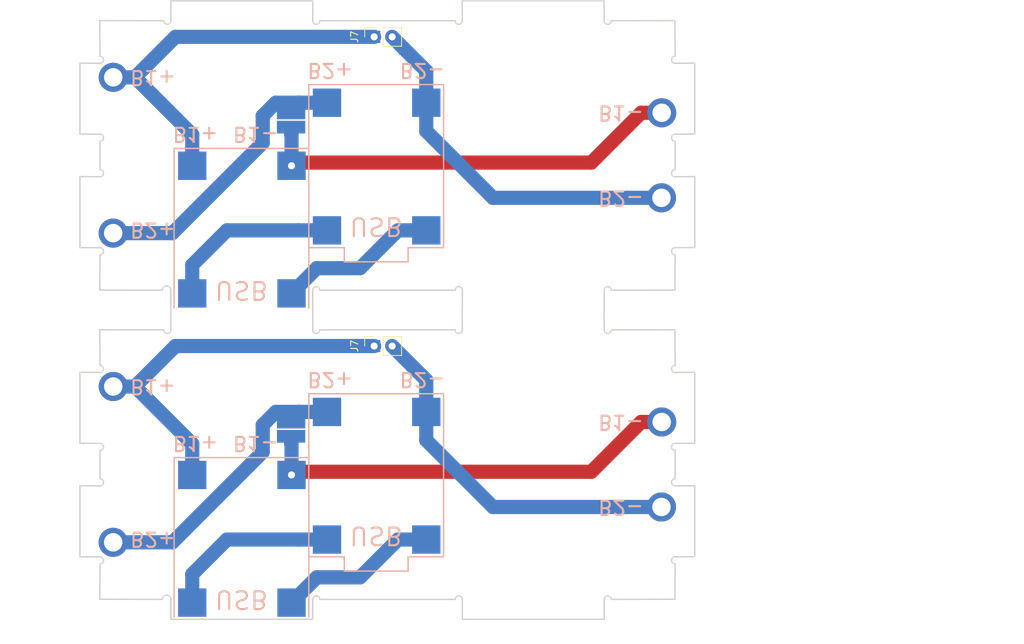
<source format=kicad_pcb>
(kicad_pcb (version 20171130) (host pcbnew 5.0.1-33cea8e~68~ubuntu18.04.1)

  (general
    (thickness 1.6)
    (drawings 744)
    (tracks 66)
    (zones 0)
    (modules 16)
    (nets 7)
  )

  (page A4)
  (layers
    (0 F.Cu signal)
    (31 B.Cu signal)
    (32 B.Adhes user)
    (33 F.Adhes user)
    (34 B.Paste user)
    (35 F.Paste user)
    (36 B.SilkS user)
    (37 F.SilkS user)
    (38 B.Mask user)
    (39 F.Mask user)
    (40 Dwgs.User user)
    (41 Cmts.User user)
    (42 Eco1.User user)
    (43 Eco2.User user)
    (44 Edge.Cuts user)
    (45 Margin user)
    (46 B.CrtYd user)
    (47 F.CrtYd user)
    (48 B.Fab user)
    (49 F.Fab user)
  )

  (setup
    (last_trace_width 2)
    (user_trace_width 0.5)
    (user_trace_width 0.8)
    (trace_clearance 0.5)
    (zone_clearance 0.1)
    (zone_45_only no)
    (trace_min 0.2)
    (segment_width 0.2)
    (edge_width 0.2)
    (via_size 0.8)
    (via_drill 0.4)
    (via_min_size 0.4)
    (via_min_drill 0.3)
    (uvia_size 0.3)
    (uvia_drill 0.1)
    (uvias_allowed no)
    (uvia_min_size 0.2)
    (uvia_min_drill 0.1)
    (pcb_text_width 0.3)
    (pcb_text_size 1.5 1.5)
    (mod_edge_width 0.15)
    (mod_text_size 1 1)
    (mod_text_width 0.15)
    (pad_size 1.524 1.524)
    (pad_drill 0.762)
    (pad_to_mask_clearance 0.051)
    (solder_mask_min_width 0.25)
    (aux_axis_origin 0 0)
    (grid_origin 123.05 118.2)
    (visible_elements FFFFFF7F)
    (pcbplotparams
      (layerselection 0x012fc_ffffffff)
      (usegerberextensions false)
      (usegerberattributes false)
      (usegerberadvancedattributes false)
      (creategerberjobfile false)
      (excludeedgelayer true)
      (linewidth 0.100000)
      (plotframeref false)
      (viasonmask false)
      (mode 1)
      (useauxorigin false)
      (hpglpennumber 1)
      (hpglpenspeed 20)
      (hpglpendiameter 15.000000)
      (psnegative false)
      (psa4output false)
      (plotreference true)
      (plotvalue true)
      (plotinvisibletext false)
      (padsonsilk false)
      (subtractmaskfromsilk false)
      (outputformat 1)
      (mirror false)
      (drillshape 0)
      (scaleselection 1)
      (outputdirectory "gerber_charger_panel"))
  )

  (net 0 "")
  (net 1 "Net-(U1-Pad1)")
  (net 2 "Net-(U1-Pad2)")
  (net 3 /B1_M_ch)
  (net 4 /B2_P_ch)
  (net 5 /B1_P_ch)
  (net 6 /B2_M_ch)

  (net_class Default "This is the default net class."
    (clearance 0.5)
    (trace_width 2)
    (via_dia 0.8)
    (via_drill 0.4)
    (uvia_dia 0.3)
    (uvia_drill 0.1)
    (add_net /B1_M_ch)
    (add_net /B1_P_ch)
    (add_net /B2_M_ch)
    (add_net /B2_P_ch)
    (add_net "Net-(U1-Pad1)")
    (add_net "Net-(U1-Pad2)")
  )

  (net_class side ""
    (clearance 0.2)
    (trace_width 2)
    (via_dia 0.8)
    (via_drill 0.4)
    (uvia_dia 0.3)
    (uvia_drill 0.1)
  )

  (module yaqwsx:power_solder_jumper (layer B.Cu) (tedit 5C13B203) (tstamp 5C13B6EE)
    (at 140 91.4 90)
    (path /5C13D0C3)
    (fp_text reference JP1 (at 0 -2 90) (layer B.SilkS) hide
      (effects (font (size 1 1) (thickness 0.15)) (justify mirror))
    )
    (fp_text value Jumper_NC_Small (at 0 2 90) (layer B.Fab)
      (effects (font (size 1 1) (thickness 0.15)) (justify mirror))
    )
    (pad 1 smd rect (at -1 0 90) (size 1.8 4) (layers B.Cu B.Paste B.Mask)
      (net 3 /B1_M_ch))
    (pad 2 smd rect (at 1 0 90) (size 1.8 4) (layers B.Cu B.Paste B.Mask)
      (net 4 /B2_P_ch))
  )

  (module Connector_PinSocket_2.54mm:PinSocket_1x02_P2.54mm_Vertical (layer F.Cu) (tedit 5A19A420) (tstamp 5C13B6D4)
    (at 151.71 79.67 90)
    (descr "Through hole straight socket strip, 1x02, 2.54mm pitch, single row (from Kicad 4.0.7), script generated")
    (tags "Through hole socket strip THT 1x02 2.54mm single row")
    (path /5C13C8C5)
    (fp_text reference J7 (at 0 -2.77 90) (layer F.SilkS)
      (effects (font (size 1 1) (thickness 0.15)))
    )
    (fp_text value OUT (at 0 5.31 90) (layer F.Fab)
      (effects (font (size 1 1) (thickness 0.15)))
    )
    (fp_text user %R (at 0 1.27 180) (layer F.Fab)
      (effects (font (size 1 1) (thickness 0.15)))
    )
    (fp_line (start -1.8 4.3) (end -1.8 -1.8) (layer F.CrtYd) (width 0.05))
    (fp_line (start 1.75 4.3) (end -1.8 4.3) (layer F.CrtYd) (width 0.05))
    (fp_line (start 1.75 -1.8) (end 1.75 4.3) (layer F.CrtYd) (width 0.05))
    (fp_line (start -1.8 -1.8) (end 1.75 -1.8) (layer F.CrtYd) (width 0.05))
    (fp_line (start 0 -1.33) (end 1.33 -1.33) (layer F.SilkS) (width 0.12))
    (fp_line (start 1.33 -1.33) (end 1.33 0) (layer F.SilkS) (width 0.12))
    (fp_line (start 1.33 1.27) (end 1.33 3.87) (layer F.SilkS) (width 0.12))
    (fp_line (start -1.33 3.87) (end 1.33 3.87) (layer F.SilkS) (width 0.12))
    (fp_line (start -1.33 1.27) (end -1.33 3.87) (layer F.SilkS) (width 0.12))
    (fp_line (start -1.33 1.27) (end 1.33 1.27) (layer F.SilkS) (width 0.12))
    (fp_line (start -1.27 3.81) (end -1.27 -1.27) (layer F.Fab) (width 0.1))
    (fp_line (start 1.27 3.81) (end -1.27 3.81) (layer F.Fab) (width 0.1))
    (fp_line (start 1.27 -0.635) (end 1.27 3.81) (layer F.Fab) (width 0.1))
    (fp_line (start 0.635 -1.27) (end 1.27 -0.635) (layer F.Fab) (width 0.1))
    (fp_line (start -1.27 -1.27) (end 0.635 -1.27) (layer F.Fab) (width 0.1))
    (pad 2 thru_hole oval (at 0 2.54 90) (size 1.7 1.7) (drill 1) (layers *.Cu *.Mask)
      (net 6 /B2_M_ch))
    (pad 1 thru_hole rect (at 0 0 90) (size 1.7 1.7) (drill 1) (layers *.Cu *.Mask)
      (net 5 /B1_P_ch))
    (model ${KISYS3DMOD}/Connector_PinSocket_2.54mm.3dshapes/PinSocket_1x02_P2.54mm_Vertical.wrl
      (at (xyz 0 0 0))
      (scale (xyz 1 1 1))
      (rotate (xyz 0 0 0))
    )
  )

  (module yaqwsx:LiOnCharger locked (layer B.Cu) (tedit 5C13B160) (tstamp 5C13B69F)
    (at 152.06 97.96)
    (path /5C13AF67)
    (fp_text reference U2 (at 0 10) (layer B.SilkS) hide
      (effects (font (size 1 1) (thickness 0.15)) (justify mirror))
    )
    (fp_text value ChinaLiIonCharger (at 0 14) (layer B.Fab)
      (effects (font (size 1 1) (thickness 0.15)) (justify mirror))
    )
    (fp_line (start 9 11) (end -9 11) (layer B.Fab) (width 0.15))
    (fp_line (start -9 11) (end -9 -11) (layer B.Fab) (width 0.15))
    (fp_line (start -9 -11) (end 9 -11) (layer B.Fab) (width 0.15))
    (fp_line (start 9 -11) (end 9 11) (layer B.Fab) (width 0.15))
    (fp_line (start 4 11) (end 4 13) (layer B.Fab) (width 0.15))
    (fp_line (start 4 13) (end -4 13) (layer B.Fab) (width 0.15))
    (fp_line (start -4 13) (end -4 11) (layer B.Fab) (width 0.15))
    (pad 1 smd rect (at 7 9) (size 4 4) (layers B.Cu B.Paste B.Mask)
      (net 1 "Net-(U1-Pad1)"))
    (pad 2 smd rect (at -7 9) (size 4 4) (layers B.Cu B.Paste B.Mask)
      (net 2 "Net-(U1-Pad2)"))
    (pad 3 smd rect (at -7 -9) (size 4 4) (layers B.Cu B.Paste B.Mask)
      (net 4 /B2_P_ch))
    (pad 4 smd rect (at 7 -9) (size 4 4) (layers B.Cu B.Paste B.Mask)
      (net 6 /B2_M_ch))
  )

  (module yaqwsx:banana_2mm_hole (layer F.Cu) (tedit 5C123FF7) (tstamp 5C13B635)
    (at 114.91 107.35)
    (path /5C13B9CC)
    (fp_text reference J13 (at 0 3.2) (layer F.SilkS) hide
      (effects (font (size 1 1) (thickness 0.15)))
    )
    (fp_text value B2_P (at 0 -3.15) (layer F.Fab) hide
      (effects (font (size 1 1) (thickness 0.15)))
    )
    (pad 1 thru_hole circle (at 0 0) (size 4.1 4.1) (drill 2.6) (layers *.Cu *.Mask)
      (net 4 /B2_P_ch))
  )

  (module yaqwsx:LiOnCharger (layer B.Cu) (tedit 5C13B164) (tstamp 5C13B5B9)
    (at 133.06 106.85)
    (path /5C13AEE9)
    (fp_text reference U1 (at 0 10) (layer B.SilkS) hide
      (effects (font (size 1 1) (thickness 0.15)) (justify mirror))
    )
    (fp_text value ChinaLiIonCharger (at 0 14) (layer B.Fab)
      (effects (font (size 1 1) (thickness 0.15)) (justify mirror))
    )
    (fp_line (start -4 13) (end -4 11) (layer B.Fab) (width 0.15))
    (fp_line (start 4 13) (end -4 13) (layer B.Fab) (width 0.15))
    (fp_line (start 4 11) (end 4 13) (layer B.Fab) (width 0.15))
    (fp_line (start 9 -11) (end 9 11) (layer B.Fab) (width 0.15))
    (fp_line (start -9 -11) (end 9 -11) (layer B.Fab) (width 0.15))
    (fp_line (start -9 11) (end -9 -11) (layer B.Fab) (width 0.15))
    (fp_line (start 9 11) (end -9 11) (layer B.Fab) (width 0.15))
    (pad 4 smd rect (at 7 -9) (size 4 4) (layers B.Cu B.Paste B.Mask)
      (net 3 /B1_M_ch))
    (pad 3 smd rect (at -7 -9) (size 4 4) (layers B.Cu B.Paste B.Mask)
      (net 5 /B1_P_ch))
    (pad 2 smd rect (at -7 9) (size 4 4) (layers B.Cu B.Paste B.Mask)
      (net 2 "Net-(U1-Pad2)"))
    (pad 1 smd rect (at 7 9) (size 4 4) (layers B.Cu B.Paste B.Mask)
      (net 1 "Net-(U1-Pad1)"))
  )

  (module yaqwsx:banana_2mm_hole (layer F.Cu) (tedit 5C123FF7) (tstamp 5C13B5B5)
    (at 192.26 90.38)
    (path /5C13B974)
    (fp_text reference J12 (at 0 3.2) (layer F.SilkS) hide
      (effects (font (size 1 1) (thickness 0.15)))
    )
    (fp_text value B1_M (at 0 -3.15) (layer F.Fab) hide
      (effects (font (size 1 1) (thickness 0.15)))
    )
    (pad 1 thru_hole circle (at 0 0) (size 4.1 4.1) (drill 2.6) (layers *.Cu *.Mask)
      (net 3 /B1_M_ch))
  )

  (module yaqwsx:banana_2mm_hole (layer F.Cu) (tedit 5C123FF7) (tstamp 5C13B5B1)
    (at 192.23 102.37)
    (path /5C13BA24)
    (fp_text reference J28 (at 0 3.2) (layer F.SilkS) hide
      (effects (font (size 1 1) (thickness 0.15)))
    )
    (fp_text value B2_M (at 0 -3.15) (layer F.Fab) hide
      (effects (font (size 1 1) (thickness 0.15)))
    )
    (pad 1 thru_hole circle (at 0 0) (size 4.1 4.1) (drill 2.6) (layers *.Cu *.Mask)
      (net 6 /B2_M_ch))
  )

  (module yaqwsx:banana_2mm_hole (layer F.Cu) (tedit 5C123FF7) (tstamp 5C13B5AD)
    (at 114.92 85.38)
    (path /5C13B8B0)
    (fp_text reference J8 (at 0 3.2) (layer F.SilkS) hide
      (effects (font (size 1 1) (thickness 0.15)))
    )
    (fp_text value B1_P (at 0 -3.15) (layer F.Fab) hide
      (effects (font (size 1 1) (thickness 0.15)))
    )
    (pad 1 thru_hole circle (at 0 0) (size 4.1 4.1) (drill 2.6) (layers *.Cu *.Mask)
      (net 5 /B1_P_ch))
  )

  (module yaqwsx:power_solder_jumper (layer B.Cu) (tedit 5C13B203) (tstamp 5C1580FE)
    (at 140 135 90)
    (path /5C13D0C3)
    (fp_text reference JP1 (at 0 -2 90) (layer B.SilkS) hide
      (effects (font (size 1 1) (thickness 0.15)) (justify mirror))
    )
    (fp_text value Jumper_NC_Small (at 0 2 90) (layer B.Fab)
      (effects (font (size 1 1) (thickness 0.15)) (justify mirror))
    )
    (pad 2 smd rect (at 1 0 90) (size 1.8 4) (layers B.Cu B.Paste B.Mask)
      (net 4 /B2_P_ch))
    (pad 1 smd rect (at -1 0 90) (size 1.8 4) (layers B.Cu B.Paste B.Mask)
      (net 3 /B1_M_ch))
  )

  (module Connector_PinSocket_2.54mm:PinSocket_1x02_P2.54mm_Vertical (layer F.Cu) (tedit 5A19A420) (tstamp 5C15787B)
    (at 151.71 123.27 90)
    (descr "Through hole straight socket strip, 1x02, 2.54mm pitch, single row (from Kicad 4.0.7), script generated")
    (tags "Through hole socket strip THT 1x02 2.54mm single row")
    (path /5C13C8C5)
    (fp_text reference J7 (at 0 -2.77 90) (layer F.SilkS)
      (effects (font (size 1 1) (thickness 0.15)))
    )
    (fp_text value OUT (at 0 5.31 90) (layer F.Fab)
      (effects (font (size 1 1) (thickness 0.15)))
    )
    (fp_line (start -1.27 -1.27) (end 0.635 -1.27) (layer F.Fab) (width 0.1))
    (fp_line (start 0.635 -1.27) (end 1.27 -0.635) (layer F.Fab) (width 0.1))
    (fp_line (start 1.27 -0.635) (end 1.27 3.81) (layer F.Fab) (width 0.1))
    (fp_line (start 1.27 3.81) (end -1.27 3.81) (layer F.Fab) (width 0.1))
    (fp_line (start -1.27 3.81) (end -1.27 -1.27) (layer F.Fab) (width 0.1))
    (fp_line (start -1.33 1.27) (end 1.33 1.27) (layer F.SilkS) (width 0.12))
    (fp_line (start -1.33 1.27) (end -1.33 3.87) (layer F.SilkS) (width 0.12))
    (fp_line (start -1.33 3.87) (end 1.33 3.87) (layer F.SilkS) (width 0.12))
    (fp_line (start 1.33 1.27) (end 1.33 3.87) (layer F.SilkS) (width 0.12))
    (fp_line (start 1.33 -1.33) (end 1.33 0) (layer F.SilkS) (width 0.12))
    (fp_line (start 0 -1.33) (end 1.33 -1.33) (layer F.SilkS) (width 0.12))
    (fp_line (start -1.8 -1.8) (end 1.75 -1.8) (layer F.CrtYd) (width 0.05))
    (fp_line (start 1.75 -1.8) (end 1.75 4.3) (layer F.CrtYd) (width 0.05))
    (fp_line (start 1.75 4.3) (end -1.8 4.3) (layer F.CrtYd) (width 0.05))
    (fp_line (start -1.8 4.3) (end -1.8 -1.8) (layer F.CrtYd) (width 0.05))
    (fp_text user %R (at 0 1.27 180) (layer F.Fab)
      (effects (font (size 1 1) (thickness 0.15)))
    )
    (pad 1 thru_hole rect (at 0 0 90) (size 1.7 1.7) (drill 1) (layers *.Cu *.Mask)
      (net 5 /B1_P_ch))
    (pad 2 thru_hole oval (at 0 2.54 90) (size 1.7 1.7) (drill 1) (layers *.Cu *.Mask)
      (net 6 /B2_M_ch))
    (model ${KISYS3DMOD}/Connector_PinSocket_2.54mm.3dshapes/PinSocket_1x02_P2.54mm_Vertical.wrl
      (at (xyz 0 0 0))
      (scale (xyz 1 1 1))
      (rotate (xyz 0 0 0))
    )
  )

  (module yaqwsx:LiOnCharger locked (layer B.Cu) (tedit 5C13B160) (tstamp 5C157865)
    (at 152.06 141.56)
    (path /5C13AF67)
    (fp_text reference U2 (at 0 10) (layer B.SilkS) hide
      (effects (font (size 1 1) (thickness 0.15)) (justify mirror))
    )
    (fp_text value ChinaLiIonCharger (at 0 14) (layer B.Fab)
      (effects (font (size 1 1) (thickness 0.15)) (justify mirror))
    )
    (fp_line (start -4 13) (end -4 11) (layer B.Fab) (width 0.15))
    (fp_line (start 4 13) (end -4 13) (layer B.Fab) (width 0.15))
    (fp_line (start 4 11) (end 4 13) (layer B.Fab) (width 0.15))
    (fp_line (start 9 -11) (end 9 11) (layer B.Fab) (width 0.15))
    (fp_line (start -9 -11) (end 9 -11) (layer B.Fab) (width 0.15))
    (fp_line (start -9 11) (end -9 -11) (layer B.Fab) (width 0.15))
    (fp_line (start 9 11) (end -9 11) (layer B.Fab) (width 0.15))
    (pad 4 smd rect (at 7 -9) (size 4 4) (layers B.Cu B.Paste B.Mask)
      (net 6 /B2_M_ch))
    (pad 3 smd rect (at -7 -9) (size 4 4) (layers B.Cu B.Paste B.Mask)
      (net 4 /B2_P_ch))
    (pad 2 smd rect (at -7 9) (size 4 4) (layers B.Cu B.Paste B.Mask)
      (net 2 "Net-(U1-Pad2)"))
    (pad 1 smd rect (at 7 9) (size 4 4) (layers B.Cu B.Paste B.Mask)
      (net 1 "Net-(U1-Pad1)"))
  )

  (module yaqwsx:LiOnCharger (layer B.Cu) (tedit 5C13B164) (tstamp 5C157856)
    (at 133.06 150.45)
    (path /5C13AEE9)
    (fp_text reference U1 (at 0 10) (layer B.SilkS) hide
      (effects (font (size 1 1) (thickness 0.15)) (justify mirror))
    )
    (fp_text value ChinaLiIonCharger (at 0 14) (layer B.Fab)
      (effects (font (size 1 1) (thickness 0.15)) (justify mirror))
    )
    (fp_line (start 9 11) (end -9 11) (layer B.Fab) (width 0.15))
    (fp_line (start -9 11) (end -9 -11) (layer B.Fab) (width 0.15))
    (fp_line (start -9 -11) (end 9 -11) (layer B.Fab) (width 0.15))
    (fp_line (start 9 -11) (end 9 11) (layer B.Fab) (width 0.15))
    (fp_line (start 4 11) (end 4 13) (layer B.Fab) (width 0.15))
    (fp_line (start 4 13) (end -4 13) (layer B.Fab) (width 0.15))
    (fp_line (start -4 13) (end -4 11) (layer B.Fab) (width 0.15))
    (pad 1 smd rect (at 7 9) (size 4 4) (layers B.Cu B.Paste B.Mask)
      (net 1 "Net-(U1-Pad1)"))
    (pad 2 smd rect (at -7 9) (size 4 4) (layers B.Cu B.Paste B.Mask)
      (net 2 "Net-(U1-Pad2)"))
    (pad 3 smd rect (at -7 -9) (size 4 4) (layers B.Cu B.Paste B.Mask)
      (net 5 /B1_P_ch))
    (pad 4 smd rect (at 7 -9) (size 4 4) (layers B.Cu B.Paste B.Mask)
      (net 3 /B1_M_ch))
  )

  (module yaqwsx:banana_2mm_hole (layer F.Cu) (tedit 5C123FF7) (tstamp 5C157847)
    (at 192.26 133.98)
    (path /5C13B974)
    (fp_text reference J12 (at 0 3.2) (layer F.SilkS) hide
      (effects (font (size 1 1) (thickness 0.15)))
    )
    (fp_text value B1_M (at 0 -3.15) (layer F.Fab) hide
      (effects (font (size 1 1) (thickness 0.15)))
    )
    (pad 1 thru_hole circle (at 0 0) (size 4.1 4.1) (drill 2.6) (layers *.Cu *.Mask)
      (net 3 /B1_M_ch))
  )

  (module yaqwsx:banana_2mm_hole (layer F.Cu) (tedit 5C123FF7) (tstamp 5C157842)
    (at 192.23 145.97)
    (path /5C13BA24)
    (fp_text reference J28 (at 0 3.2) (layer F.SilkS) hide
      (effects (font (size 1 1) (thickness 0.15)))
    )
    (fp_text value B2_M (at 0 -3.15) (layer F.Fab) hide
      (effects (font (size 1 1) (thickness 0.15)))
    )
    (pad 1 thru_hole circle (at 0 0) (size 4.1 4.1) (drill 2.6) (layers *.Cu *.Mask)
      (net 6 /B2_M_ch))
  )

  (module yaqwsx:banana_2mm_hole (layer F.Cu) (tedit 5C123FF7) (tstamp 5C157805)
    (at 114.92 128.98)
    (path /5C13B8B0)
    (fp_text reference J8 (at 0 3.2) (layer F.SilkS) hide
      (effects (font (size 1 1) (thickness 0.15)))
    )
    (fp_text value B1_P (at 0 -3.15) (layer F.Fab) hide
      (effects (font (size 1 1) (thickness 0.15)))
    )
    (pad 1 thru_hole circle (at 0 0) (size 4.1 4.1) (drill 2.6) (layers *.Cu *.Mask)
      (net 5 /B1_P_ch))
  )

  (module yaqwsx:banana_2mm_hole (layer F.Cu) (tedit 5C123FF7) (tstamp 5C157800)
    (at 114.91 150.95)
    (path /5C13B9CC)
    (fp_text reference J13 (at 0 3.2) (layer F.SilkS) hide
      (effects (font (size 1 1) (thickness 0.15)))
    )
    (fp_text value B2_P (at 0 -3.15) (layer F.Fab) hide
      (effects (font (size 1 1) (thickness 0.15)))
    )
    (pad 1 thru_hole circle (at 0 0) (size 4.1 4.1) (drill 2.6) (layers *.Cu *.Mask)
      (net 4 /B2_P_ch))
  )

  (gr_text V-CUT (at 223.05 113) (layer Cmts.User)
    (effects (font (size 8 8) (thickness 1)))
  )
  (gr_line (start 99.05 118.2) (end 216.65 118.2) (layer Cmts.User) (width 0.2))
  (gr_line (start 115.0344 89) (end 114.9007 89) (layer Cmts.User) (width 0.2) (tstamp 5C13B787))
  (gr_line (start 191.277 101.4024) (end 190.982 101.8393) (layer Cmts.User) (width 0.2) (tstamp 5C13B786))
  (gr_line (start 192.25 83.9992) (end 192.115 83.9992) (layer Cmts.User) (width 0.2) (tstamp 5C13B785))
  (gr_line (start 193.516 102.91) (end 193.625 102.509) (layer Cmts.User) (width 0.2) (tstamp 5C13B784))
  (gr_line (start 113.9278 86.346) (end 114.3647 86.6408) (layer Cmts.User) (width 0.2) (tstamp 5C13B783))
  (gr_line (start 116.1754 111.37526) (end 116.1754 113.37618) (layer Cmts.User) (width 0.2) (tstamp 5C13B782))
  (gr_line (start 192.25 103.7506) (end 192.384 103.7506) (layer Cmts.User) (width 0.2) (tstamp 5C13B781))
  (gr_line (start 114.9007 108.7501) (end 115.0344 108.7501) (layer Cmts.User) (width 0.2) (tstamp 5C13B780))
  (gr_line (start 190.234 99.7749) (end 190.711 99.5104) (layer Cmts.User) (width 0.2) (tstamp 5C13B77F))
  (gr_line (start 116.9154 82.2753) (end 117.0753 82.2753) (layer Cmts.User) (width 0.2) (tstamp 5C13B77E))
  (gr_line (start 117.9751 111.21542) (end 117.7105 110.73861) (layer Cmts.User) (width 0.2) (tstamp 5C13B77D))
  (gr_line (start 191.714 108.64124) (end 192.115 108.7501) (layer Cmts.User) (width 0.2) (tstamp 5C13B77C))
  (gr_line (start 189.176 81.5338) (end 189.439 82.0107) (layer Cmts.User) (width 0.2) (tstamp 5C13B77B))
  (gr_line (start 116.1657 107.9095) (end 116.2746 107.5085) (layer Cmts.User) (width 0.2) (tstamp 5C13B77A))
  (gr_line (start 193.625 107.5085) (end 193.625 107.3748) (layer Cmts.User) (width 0.2) (tstamp 5C13B779))
  (gr_line (start 113.6329 106.8388) (end 113.5254 107.2398) (layer Cmts.User) (width 0.2) (tstamp 5C13B778))
  (gr_line (start 114.9007 83.9992) (end 114.7657 83.9992) (layer Cmts.User) (width 0.2) (tstamp 5C13B777))
  (gr_line (start 194.15 109.4) (end 196.924 109.37575) (layer Edge.Cuts) (width 0.2) (tstamp 5C13B776))
  (gr_line (start 143.05 74.6) (end 123.05 74.6) (layer Edge.Cuts) (width 0.2) (tstamp 5C13B775))
  (gr_line (start 190.711 82.0107) (end 190.975 81.5338) (layer Cmts.User) (width 0.2) (tstamp 5C13B774))
  (gr_line (start 142.5 109.4) (end 147.5 109.4) (layer B.SilkS) (width 0.2) (tstamp 5C13B773))
  (gr_line (start 147.5 109.4) (end 147.5 111.4) (layer B.SilkS) (width 0.2) (tstamp 5C13B772))
  (gr_line (start 147.5 111.4) (end 156.5 111.4) (layer B.SilkS) (width 0.2) (tstamp 5C13B771))
  (gr_line (start 156.5 111.4) (end 156.5 109.4) (layer B.SilkS) (width 0.2) (tstamp 5C13B770))
  (gr_text B1+ (at 126.5 93.4 180) (layer B.SilkS) (tstamp 5C13B76F)
    (effects (font (size 2 2) (thickness 0.3)) (justify mirror))
  )
  (gr_text B1- (at 135 93.4 180) (layer B.SilkS) (tstamp 5C13B76E)
    (effects (font (size 2 2) (thickness 0.3)) (justify mirror))
  )
  (gr_line (start 190.711 78.7377) (end 190.234 78.4745) (layer Cmts.User) (width 0.2) (tstamp 5C13B769))
  (gr_line (start 113.9278 89.4025) (end 113.6329 89.8393) (layer Cmts.User) (width 0.2) (tstamp 5C13B768))
  (gr_line (start 191.277 91.3469) (end 191.714 91.6418) (layer Cmts.User) (width 0.2) (tstamp 5C13B767))
  (gr_line (start 117.9751 113.53328) (end 117.9751 113.37481) (layer Cmts.User) (width 0.2) (tstamp 5C13B766))
  (gr_line (start 193.516 101.8393) (end 193.222 101.4024) (layer Cmts.User) (width 0.2) (tstamp 5C13B765))
  (gr_line (start 116.4386 114.01009) (end 116.9154 114.27467) (layer Cmts.User) (width 0.2) (tstamp 5C13B764))
  (gr_line (start 189.916 99.7749) (end 190.075 99.7749) (layer Cmts.User) (width 0.2) (tstamp 5C13B763))
  (gr_line (start 191.714 101.1075) (end 191.277 101.4024) (layer Cmts.User) (width 0.2) (tstamp 5C13B762))
  (gr_line (start 192.115 108.7501) (end 192.25 108.7501) (layer Cmts.User) (width 0.2) (tstamp 5C13B761))
  (gr_line (start 194.15 93.4) (end 196.924 93.3753) (layer Edge.Cuts) (width 0.2) (tstamp 5C13B760))
  (gr_line (start 193.222 108.34635) (end 193.516 107.9095) (layer Cmts.User) (width 0.2) (tstamp 5C13B75F))
  (gr_line (start 113.9278 91.3469) (end 114.3647 91.6418) (layer Cmts.User) (width 0.2) (tstamp 5C13B75E))
  (gr_line (start 117.9751 98.8751) (end 117.9751 93.8756) (layer Cmts.User) (width 0.2) (tstamp 5C13B75D))
  (gr_line (start 113.5254 102.509) (end 113.6329 102.91) (layer Cmts.User) (width 0.2) (tstamp 5C13B75C))
  (gr_line (start 193.625 85.3744) (end 193.625 85.2394) (layer Cmts.User) (width 0.2) (tstamp 5C13B75B))
  (gr_line (start 117.9751 79.3744) (end 117.9751 79.2146) (layer Cmts.User) (width 0.2) (tstamp 5C13B75A))
  (gr_line (start 189.439 110.73861) (end 189.176 111.21542) (layer Cmts.User) (width 0.2) (tstamp 5C13B759))
  (gr_line (start 189.176 79.3744) (end 189.176 81.3754) (layer Cmts.User) (width 0.2) (tstamp 5C13B758))
  (gr_line (start 189.176 113.37481) (end 189.176 113.53328) (layer Cmts.User) (width 0.2) (tstamp 5C13B757))
  (gr_line (start 190.982 106.8388) (end 190.875 107.2398) (layer Cmts.User) (width 0.2) (tstamp 5C13B756))
  (gr_line (start 117.7105 78.7377) (end 117.2337 78.4745) (layer Cmts.User) (width 0.2) (tstamp 5C13B755))
  (gr_line (start 193.516 84.8384) (end 193.222 84.4016) (layer Cmts.User) (width 0.2) (tstamp 5C13B754))
  (gr_arc (start 113.05 109.9) (end 113.05 110.4) (angle -180) (layer Edge.Cuts) (width 0.2) (tstamp 5C13B752))
  (gr_line (start 116.1754 98.8751) (end 116.1754 99.0336) (layer Cmts.User) (width 0.2) (tstamp 5C13B751))
  (gr_line (start 116.1657 90.91) (end 116.2746 90.509) (layer Cmts.User) (width 0.2) (tstamp 5C13B750))
  (gr_line (start 123.05 115.4) (end 123.05 118.2) (layer Edge.Cuts) (width 0.2) (tstamp 5C13B74F))
  (gr_line (start 113.0252 77.3749) (end 113.05 82.4) (layer Edge.Cuts) (width 0.2) (tstamp 5C13B74E))
  (gr_line (start 189.439 78.7377) (end 189.176 79.2146) (layer Cmts.User) (width 0.2) (tstamp 5C13B74D))
  (gr_line (start 190.075 78.4745) (end 189.916 78.4745) (layer Cmts.User) (width 0.2) (tstamp 5C13B74C))
  (gr_line (start 190.875 107.2398) (end 190.875 107.3748) (layer Cmts.User) (width 0.2) (tstamp 5C13B74B))
  (gr_text B2+ (at 145.5 84.4 180) (layer B.SilkS) (tstamp 5C13B74A)
    (effects (font (size 2 2) (thickness 0.3)) (justify mirror))
  )
  (gr_text B2- (at 158.5 84.4 180) (layer B.SilkS) (tstamp 5C13B749)
    (effects (font (size 2 2) (thickness 0.3)) (justify mirror))
  )
  (gr_text B1+ (at 120.5 85.4 180) (layer B.SilkS) (tstamp 5C13B748)
    (effects (font (size 2 2) (thickness 0.3)) (justify mirror))
  )
  (gr_text B2+ (at 120.5 106.9 180) (layer B.SilkS) (tstamp 5C13B747)
    (effects (font (size 2 2) (thickness 0.3)) (justify mirror))
  )
  (gr_text B1- (at 186.5 90.4 180) (layer B.SilkS) (tstamp 5C13B746)
    (effects (font (size 2 2) (thickness 0.3)) (justify mirror))
  )
  (gr_line (start 116.2746 85.3744) (end 116.2746 85.2394) (layer Cmts.User) (width 0.2) (tstamp 5C13B745))
  (gr_line (start 192.25 101) (end 192.115 101) (layer Cmts.User) (width 0.2) (tstamp 5C13B744))
  (gr_line (start 116.2746 85.2394) (end 116.1657 84.8384) (layer Cmts.User) (width 0.2) (tstamp 5C13B743))
  (gr_line (start 193.625 90.509) (end 193.625 90.3754) (layer Cmts.User) (width 0.2) (tstamp 5C13B742))
  (gr_line (start 114.3647 108.64124) (end 114.7657 108.7501) (layer Cmts.User) (width 0.2) (tstamp 5C13B741))
  (gr_line (start 192.785 106.107) (end 192.384 105.9995) (layer Cmts.User) (width 0.2) (tstamp 5C13B740))
  (gr_line (start 113.9278 106.4019) (end 113.6329 106.8388) (layer Cmts.User) (width 0.2) (tstamp 5C13B73F))
  (gr_arc (start 143.55 115.4) (end 144.05 115.4) (angle -180) (layer Edge.Cuts) (width 0.2) (tstamp 5C13B73E))
  (gr_arc (start 122.45 115.4) (end 123.05 115.4) (angle -180) (layer Edge.Cuts) (width 0.2) (tstamp 5C13B73D))
  (gr_line (start 192.785 89.1075) (end 192.384 89) (layer Cmts.User) (width 0.2) (tstamp 5C13B73C))
  (gr_line (start 116.1657 84.8384) (end 115.8722 84.4016) (layer Cmts.User) (width 0.2) (tstamp 5C13B73B))
  (gr_line (start 190.875 102.3753) (end 190.875 102.509) (layer Cmts.User) (width 0.2) (tstamp 5C13B73A))
  (gr_line (start 190.875 85.5081) (end 190.982 85.9091) (layer Cmts.User) (width 0.2) (tstamp 5C13B72E))
  (gr_line (start 115.0344 101) (end 114.9007 101) (layer Cmts.User) (width 0.2) (tstamp 5C13B72D))
  (gr_line (start 190.975 93.8756) (end 190.975 93.7157) (layer Cmts.User) (width 0.2) (tstamp 5C13B72C))
  (gr_line (start 193.516 89.8393) (end 193.222 89.4025) (layer Cmts.User) (width 0.2) (tstamp 5C13B72B))
  (gr_line (start 113.9278 101.4024) (end 113.6329 101.8393) (layer Cmts.User) (width 0.2) (tstamp 5C13B72A))
  (gr_line (start 116.4386 93.2375) (end 116.1754 93.7157) (layer Cmts.User) (width 0.2) (tstamp 5C13B729))
  (gr_line (start 194.125 77.3749) (end 185.15 77.4) (layer Edge.Cuts) (width 0.2) (tstamp 5C13B728))
  (gr_line (start 189.176 93.8756) (end 189.176 98.8751) (layer Cmts.User) (width 0.2) (tstamp 5C13B727))
  (gr_line (start 190.075 99.7749) (end 190.234 99.7749) (layer Cmts.User) (width 0.2) (tstamp 5C13B726))
  (gr_line (start 189.176 79.2146) (end 189.176 79.3744) (layer Cmts.User) (width 0.2) (tstamp 5C13B725))
  (gr_arc (start 143.55 77.4) (end 143.05 77.4) (angle -180) (layer Edge.Cuts) (width 0.2) (tstamp 5C13B724))
  (gr_arc (start 163.65 77.4) (end 163.15 77.4) (angle -180) (layer Edge.Cuts) (width 0.2) (tstamp 5C13B723))
  (gr_arc (start 184.65 77.4) (end 184.15 77.4) (angle -180) (layer Edge.Cuts) (width 0.2) (tstamp 5C13B722))
  (gr_line (start 116.9154 78.4745) (end 116.4386 78.7377) (layer Cmts.User) (width 0.2) (tstamp 5C13B721))
  (gr_line (start 193.222 86.346) (end 193.516 85.9091) (layer Cmts.User) (width 0.2) (tstamp 5C13B720))
  (gr_line (start 194.15 98.4) (end 194.15 94.4) (layer Edge.Cuts) (width 0.2) (tstamp 5C13B71F))
  (gr_line (start 164.15 115.4) (end 164.15 118.2) (layer Edge.Cuts) (width 0.2) (tstamp 5C13B71E))
  (gr_line (start 116.1657 89.8393) (end 115.8722 89.4025) (layer Cmts.User) (width 0.2) (tstamp 5C13B71D))
  (gr_line (start 116.1754 81.3754) (end 116.1754 81.5338) (layer Cmts.User) (width 0.2) (tstamp 5C13B71C))
  (gr_line (start 189.176 93.7157) (end 189.176 93.8756) (layer Cmts.User) (width 0.2) (tstamp 5C13B71B))
  (gr_line (start 115.8722 86.346) (end 116.1657 85.9091) (layer Cmts.User) (width 0.2) (tstamp 5C13B71A))
  (gr_line (start 190.075 110.4754) (end 189.916 110.4754) (layer Cmts.User) (width 0.2) (tstamp 5C13B719))
  (gr_line (start 115.4354 89.1075) (end 115.0344 89) (layer Cmts.User) (width 0.2) (tstamp 5C13B718))
  (gr_line (start 190.875 107.5085) (end 190.982 107.9095) (layer Cmts.User) (width 0.2) (tstamp 5C13B717))
  (gr_line (start 113.5254 85.2394) (end 113.5254 85.3744) (layer Cmts.User) (width 0.2) (tstamp 5C13B716))
  (gr_line (start 117.2337 92.9743) (end 117.0753 92.9743) (layer Cmts.User) (width 0.2) (tstamp 5C13B715))
  (gr_line (start 189.916 114.27467) (end 190.075 114.27467) (layer Cmts.User) (width 0.2) (tstamp 5C13B714))
  (gr_line (start 190.975 98.8751) (end 190.975 93.8756) (layer Cmts.User) (width 0.2) (tstamp 5C13B713))
  (gr_line (start 193.222 103.3468) (end 193.516 102.91) (layer Cmts.User) (width 0.2) (tstamp 5C13B712))
  (gr_line (start 190.982 102.91) (end 191.277 103.3468) (layer Cmts.User) (width 0.2) (tstamp 5C13B711))
  (gr_line (start 193.516 107.9095) (end 193.625 107.5085) (layer Cmts.User) (width 0.2) (tstamp 5C13B710))
  (gr_line (start 190.234 114.27467) (end 190.711 114.01009) (layer Cmts.User) (width 0.2) (tstamp 5C13B70F))
  (gr_line (start 192.115 91.7506) (end 192.25 91.7506) (layer Cmts.User) (width 0.2) (tstamp 5C13B708))
  (gr_line (start 190.975 93.7157) (end 190.711 93.2375) (layer Cmts.User) (width 0.2) (tstamp 5C13B707))
  (gr_line (start 115.0344 105.9995) (end 114.9007 105.9995) (layer Cmts.User) (width 0.2) (tstamp 5C13B706))
  (gr_line (start 193.516 85.9091) (end 193.625 85.5081) (layer Cmts.User) (width 0.2) (tstamp 5C13B705))
  (gr_line (start 194.125 115.37572) (end 194.15 110.4) (layer Edge.Cuts) (width 0.2) (tstamp 5C13B704))
  (gr_line (start 192.384 105.9995) (end 192.25 105.9995) (layer Cmts.User) (width 0.2) (tstamp 5C13B703))
  (gr_line (start 191.277 103.3468) (end 191.714 103.6417) (layer Cmts.User) (width 0.2) (tstamp 5C13B702))
  (gr_line (start 117.2337 110.4754) (end 117.0753 110.4754) (layer Cmts.User) (width 0.2) (tstamp 5C13B701))
  (gr_line (start 114.3647 106.107) (end 113.9278 106.4019) (layer Cmts.User) (width 0.2) (tstamp 5C13B700))
  (gr_line (start 114.9007 105.9995) (end 114.7657 105.9995) (layer Cmts.User) (width 0.2) (tstamp 5C13B6FF))
  (gr_line (start 114.3647 103.6417) (end 114.7657 103.7506) (layer Cmts.User) (width 0.2) (tstamp 5C13B6FE))
  (gr_line (start 115.0344 83.9992) (end 114.9007 83.9992) (layer Cmts.User) (width 0.2) (tstamp 5C13B6FD))
  (gr_line (start 142.5 109.4) (end 142.5 117.9) (layer B.SilkS) (width 0.2) (tstamp 5C13B6FC))
  (gr_line (start 117.0753 82.2753) (end 117.2337 82.2753) (layer Cmts.User) (width 0.2) (tstamp 5C13B6FB))
  (gr_line (start 116.4386 99.5104) (end 116.9154 99.7749) (layer Cmts.User) (width 0.2) (tstamp 5C13B6FA))
  (gr_line (start 193.222 91.3469) (end 193.516 90.91) (layer Cmts.User) (width 0.2) (tstamp 5C13B6F9))
  (gr_line (start 193.625 102.2403) (end 193.516 101.8393) (layer Cmts.User) (width 0.2) (tstamp 5C13B6F8))
  (gr_line (start 193.516 106.8388) (end 193.222 106.4019) (layer Cmts.User) (width 0.2) (tstamp 5C13B6F7))
  (gr_line (start 117.0753 99.7749) (end 117.2337 99.7749) (layer Cmts.User) (width 0.2) (tstamp 5C13B6F6))
  (gr_line (start 117.7105 99.5104) (end 117.9751 99.0336) (layer Cmts.User) (width 0.2) (tstamp 5C13B6F5))
  (gr_line (start 192.115 83.9992) (end 191.714 84.1067) (layer Cmts.User) (width 0.2) (tstamp 5C13B6F4))
  (gr_line (start 115.4354 106.107) (end 115.0344 105.9995) (layer Cmts.User) (width 0.2) (tstamp 5C13B6F3))
  (gr_line (start 191.714 84.1067) (end 191.277 84.4016) (layer Cmts.User) (width 0.2) (tstamp 5C13B6ED))
  (gr_line (start 143.05 118.2) (end 143.05 115.4) (layer Edge.Cuts) (width 0.2) (tstamp 5C13B6EC))
  (gr_line (start 191.714 86.6408) (end 192.115 86.7497) (layer Cmts.User) (width 0.2) (tstamp 5C13B6EB))
  (gr_line (start 164.1255 74.5749) (end 164.15 77.4) (layer Edge.Cuts) (width 0.2) (tstamp 5C13B6EA))
  (gr_line (start 110.225 93.3753) (end 113.05 93.4) (layer Edge.Cuts) (width 0.2) (tstamp 5C13B6E9))
  (gr_line (start 192.25 86.7497) (end 192.384 86.7497) (layer Cmts.User) (width 0.2) (tstamp 5C13B6D3))
  (gr_line (start 116.1754 79.2146) (end 116.1754 79.3744) (layer Cmts.User) (width 0.2) (tstamp 5C13B6D2))
  (gr_line (start 163.15 77.4) (end 144.05 77.4) (layer Edge.Cuts) (width 0.2) (tstamp 5C13B6D1))
  (gr_line (start 116.4386 78.7377) (end 116.1754 79.2146) (layer Cmts.User) (width 0.2) (tstamp 5C13B6D0))
  (gr_line (start 116.1754 93.8756) (end 116.1754 98.8751) (layer Cmts.User) (width 0.2) (tstamp 5C13B6CF))
  (gr_line (start 191.277 106.4019) (end 190.982 106.8388) (layer Cmts.User) (width 0.2) (tstamp 5C13B6CE))
  (gr_line (start 116.1754 113.53328) (end 116.4386 114.01009) (layer Cmts.User) (width 0.2) (tstamp 5C13B6CD))
  (gr_line (start 189.439 99.5104) (end 189.916 99.7749) (layer Cmts.User) (width 0.2) (tstamp 5C13B6CC))
  (gr_line (start 189.176 98.8751) (end 189.176 99.0336) (layer Cmts.User) (width 0.2) (tstamp 5C13B6CB))
  (gr_line (start 113.9278 108.34635) (end 114.3647 108.64124) (layer Cmts.User) (width 0.2) (tstamp 5C13B6CA))
  (gr_line (start 190.875 107.3748) (end 190.875 107.5085) (layer Cmts.User) (width 0.2) (tstamp 5C13B6C9))
  (gr_line (start 116.1754 93.7157) (end 116.1754 93.8756) (layer Cmts.User) (width 0.2) (tstamp 5C13B6C8))
  (gr_line (start 116.2746 90.509) (end 116.2746 90.3754) (layer Cmts.User) (width 0.2) (tstamp 5C13B6C7))
  (gr_line (start 116.4386 82.0107) (end 116.9154 82.2753) (layer Cmts.User) (width 0.2) (tstamp 5C13B6C6))
  (gr_line (start 192.115 86.7497) (end 192.25 86.7497) (layer Cmts.User) (width 0.2) (tstamp 5C13B6C5))
  (gr_line (start 113.9278 84.4016) (end 113.6329 84.8384) (layer Cmts.User) (width 0.2) (tstamp 5C13B6C4))
  (gr_line (start 117.0753 114.27467) (end 117.2337 114.27467) (layer Cmts.User) (width 0.2) (tstamp 5C13B6C3))
  (gr_line (start 190.975 99.0336) (end 190.975 98.8751) (layer Cmts.User) (width 0.2) (tstamp 5C13B6C2))
  (gr_line (start 117.0753 78.4745) (end 116.9154 78.4745) (layer Cmts.User) (width 0.2) (tstamp 5C13B6C1))
  (gr_line (start 190.875 90.3754) (end 190.875 90.509) (layer Cmts.User) (width 0.2) (tstamp 5C13B6C0))
  (gr_line (start 116.2746 90.3754) (end 116.2746 90.2403) (layer Cmts.User) (width 0.2) (tstamp 5C13B6BF))
  (gr_line (start 114.9007 103.7506) (end 115.0344 103.7506) (layer Cmts.User) (width 0.2) (tstamp 5C13B6BE))
  (gr_line (start 116.1657 101.8393) (end 115.8722 101.4024) (layer Cmts.User) (width 0.2) (tstamp 5C13B6BD))
  (gr_line (start 114.7657 89) (end 114.3647 89.1075) (layer Cmts.User) (width 0.2) (tstamp 5C13B6BC))
  (gr_line (start 115.0344 91.7506) (end 115.4354 91.6418) (layer Cmts.User) (width 0.2) (tstamp 5C13B6BB))
  (gr_line (start 114.3647 91.6418) (end 114.7657 91.7506) (layer Cmts.User) (width 0.2) (tstamp 5C13B6BA))
  (gr_line (start 114.9007 91.7506) (end 115.0344 91.7506) (layer Cmts.User) (width 0.2) (tstamp 5C13B6B9))
  (gr_line (start 189.176 111.37526) (end 189.176 113.37618) (layer Cmts.User) (width 0.2) (tstamp 5C13B6B8))
  (gr_line (start 191.277 108.34635) (end 191.714 108.64124) (layer Cmts.User) (width 0.2) (tstamp 5C13B6B7))
  (gr_line (start 192.384 89) (end 192.25 89) (layer Cmts.User) (width 0.2) (tstamp 5C13B6B6))
  (gr_line (start 192.384 103.7506) (end 192.785 103.6417) (layer Cmts.User) (width 0.2) (tstamp 5C13B6B5))
  (gr_line (start 192.785 84.1067) (end 192.384 83.9992) (layer Cmts.User) (width 0.2) (tstamp 5C13B6B4))
  (gr_line (start 190.075 114.27467) (end 190.234 114.27467) (layer Cmts.User) (width 0.2) (tstamp 5C13B6B3))
  (gr_line (start 115.8722 103.3468) (end 116.1657 102.91) (layer Cmts.User) (width 0.2) (tstamp 5C13B6B2))
  (gr_line (start 115.4354 86.6408) (end 115.8722 86.346) (layer Cmts.User) (width 0.2) (tstamp 5C13B6B1))
  (gr_line (start 116.9154 92.9743) (end 116.4386 93.2375) (layer Cmts.User) (width 0.2) (tstamp 5C13B6B0))
  (gr_line (start 190.982 84.8384) (end 190.875 85.2394) (layer Cmts.User) (width 0.2) (tstamp 5C13B6AF))
  (gr_line (start 192.25 105.9995) (end 192.115 105.9995) (layer Cmts.User) (width 0.2) (tstamp 5C13B6AE))
  (gr_line (start 191.714 91.6418) (end 192.115 91.7506) (layer Cmts.User) (width 0.2) (tstamp 5C13B6AD))
  (gr_line (start 189.916 82.2753) (end 190.075 82.2753) (layer Cmts.User) (width 0.2) (tstamp 5C13B69E))
  (gr_line (start 189.176 99.0336) (end 189.439 99.5104) (layer Cmts.User) (width 0.2) (tstamp 5C13B69D))
  (gr_line (start 114.7657 103.7506) (end 114.9007 103.7506) (layer Cmts.User) (width 0.2) (tstamp 5C13B69C))
  (gr_line (start 193.625 107.2398) (end 193.516 106.8388) (layer Cmts.User) (width 0.2) (tstamp 5C13B69B))
  (gr_line (start 116.1754 99.0336) (end 116.4386 99.5104) (layer Cmts.User) (width 0.2) (tstamp 5C13B69A))
  (gr_line (start 123.05 74.6) (end 123.05 77.4) (layer Edge.Cuts) (width 0.2) (tstamp 5C13B699))
  (gr_line (start 115.4354 84.1067) (end 115.0344 83.9992) (layer Cmts.User) (width 0.2) (tstamp 5C13B698))
  (gr_line (start 117.9751 99.0336) (end 117.9751 98.8751) (layer Cmts.User) (width 0.2) (tstamp 5C13B697))
  (gr_line (start 193.516 90.91) (end 193.625 90.509) (layer Cmts.User) (width 0.2) (tstamp 5C13B696))
  (gr_line (start 191.714 106.107) (end 191.277 106.4019) (layer Cmts.User) (width 0.2) (tstamp 5C13B695))
  (gr_line (start 190.975 81.5338) (end 190.975 81.3754) (layer Cmts.User) (width 0.2) (tstamp 5C13B694))
  (gr_line (start 117.7105 82.0107) (end 117.9751 81.5338) (layer Cmts.User) (width 0.2) (tstamp 5C13B693))
  (gr_line (start 193.625 90.2403) (end 193.516 89.8393) (layer Cmts.User) (width 0.2) (tstamp 5C13B692))
  (gr_line (start 117.2337 114.27467) (end 117.7105 114.01009) (layer Cmts.User) (width 0.2) (tstamp 5C13B691))
  (gr_line (start 117.9751 79.2146) (end 117.7105 78.7377) (layer Cmts.User) (width 0.2) (tstamp 5C13B68E))
  (gr_line (start 190.982 85.9091) (end 191.277 86.346) (layer Cmts.User) (width 0.2) (tstamp 5C13B68D))
  (gr_line (start 191.714 103.6417) (end 192.115 103.7506) (layer Cmts.User) (width 0.2) (tstamp 5C13B68C))
  (gr_line (start 190.711 110.73861) (end 190.234 110.4754) (layer Cmts.User) (width 0.2) (tstamp 5C13B68B))
  (gr_arc (start 122.55 77.4) (end 122.05 77.4) (angle -180) (layer Edge.Cuts) (width 0.2) (tstamp 5C13B68A))
  (gr_line (start 190.982 107.9095) (end 191.277 108.34635) (layer Cmts.User) (width 0.2) (tstamp 5C13B689))
  (gr_line (start 117.2337 78.4745) (end 117.0753 78.4745) (layer Cmts.User) (width 0.2) (tstamp 5C13B688))
  (gr_line (start 192.384 101) (end 192.25 101) (layer Cmts.User) (width 0.2) (tstamp 5C13B687))
  (gr_line (start 193.625 102.509) (end 193.625 102.3753) (layer Cmts.User) (width 0.2) (tstamp 5C13B686))
  (gr_line (start 189.439 93.2375) (end 189.176 93.7157) (layer Cmts.User) (width 0.2) (tstamp 5C13B685))
  (gr_line (start 116.2746 107.5085) (end 116.2746 107.3748) (layer Cmts.User) (width 0.2) (tstamp 5C13B684))
  (gr_line (start 117.9751 81.5338) (end 117.9751 81.3754) (layer Cmts.User) (width 0.2) (tstamp 5C13B683))
  (gr_line (start 143.05 77.4) (end 143.05 74.6) (layer Edge.Cuts) (width 0.2) (tstamp 5C13B682))
  (gr_line (start 144.05 115.4) (end 163.15 115.4) (layer Edge.Cuts) (width 0.2) (tstamp 5C13B681))
  (gr_line (start 190.982 101.8393) (end 190.875 102.2403) (layer Cmts.User) (width 0.2) (tstamp 5C13B680))
  (gr_line (start 193.222 101.4024) (end 192.785 101.1075) (layer Cmts.User) (width 0.2) (tstamp 5C13B67F))
  (gr_line (start 117.7105 110.73861) (end 117.2337 110.4754) (layer Cmts.User) (width 0.2) (tstamp 5C13B67E))
  (gr_line (start 113.5254 102.2403) (end 113.5254 102.3753) (layer Cmts.User) (width 0.2) (tstamp 5C13B67D))
  (gr_line (start 193.625 107.3748) (end 193.625 107.2398) (layer Cmts.User) (width 0.2) (tstamp 5C13B67C))
  (gr_line (start 115.4354 108.64124) (end 115.8722 108.34635) (layer Cmts.User) (width 0.2) (tstamp 5C13B67B))
  (gr_line (start 193.625 85.2394) (end 193.516 84.8384) (layer Cmts.User) (width 0.2) (tstamp 5C13B67A))
  (gr_line (start 113.5254 107.3748) (end 113.5254 107.5085) (layer Cmts.User) (width 0.2) (tstamp 5C13B679))
  (gr_line (start 117.2337 82.2753) (end 117.7105 82.0107) (layer Cmts.User) (width 0.2) (tstamp 5C13B678))
  (gr_line (start 116.2746 85.5081) (end 116.2746 85.3744) (layer Cmts.User) (width 0.2) (tstamp 5C13B677))
  (gr_line (start 189.439 82.0107) (end 189.916 82.2753) (layer Cmts.User) (width 0.2) (tstamp 5C13B676))
  (gr_line (start 190.234 82.2753) (end 190.711 82.0107) (layer Cmts.User) (width 0.2) (tstamp 5C13B675))
  (gr_line (start 190.975 81.3754) (end 190.975 79.3744) (layer Cmts.User) (width 0.2) (tstamp 5C13B674))
  (gr_line (start 190.234 92.9743) (end 190.075 92.9743) (layer Cmts.User) (width 0.2) (tstamp 5C13B673))
  (gr_line (start 190.711 93.2375) (end 190.234 92.9743) (layer Cmts.User) (width 0.2) (tstamp 5C13B672))
  (gr_line (start 113.0252 115.37572) (end 121.85 115.4) (layer Edge.Cuts) (width 0.2) (tstamp 5C13B671))
  (gr_line (start 113.05 94.4) (end 113.05 98.4) (layer Edge.Cuts) (width 0.2) (tstamp 5C13B670))
  (gr_line (start 192.785 91.6418) (end 193.222 91.3469) (layer Cmts.User) (width 0.2) (tstamp 5C13B66F))
  (gr_line (start 117.2337 99.7749) (end 117.7105 99.5104) (layer Cmts.User) (width 0.2) (tstamp 5C13B66E))
  (gr_line (start 190.875 102.2403) (end 190.875 102.3753) (layer Cmts.User) (width 0.2) (tstamp 5C13B66D))
  (gr_line (start 190.875 90.2403) (end 190.875 90.3754) (layer Cmts.User) (width 0.2) (tstamp 5C13B66C))
  (gr_line (start 192.25 89) (end 192.115 89) (layer Cmts.User) (width 0.2) (tstamp 5C13B66B))
  (gr_text B2- (at 186.5 102.4 180) (layer B.SilkS) (tstamp 5C13B66A)
    (effects (font (size 2 2) (thickness 0.3)) (justify mirror))
  )
  (gr_line (start 115.0344 86.7497) (end 115.4354 86.6408) (layer Cmts.User) (width 0.2) (tstamp 5C13B669))
  (gr_line (start 116.1657 102.91) (end 116.2746 102.509) (layer Cmts.User) (width 0.2) (tstamp 5C13B668))
  (gr_line (start 113.5254 85.3744) (end 113.5254 85.5081) (layer Cmts.User) (width 0.2) (tstamp 5C13B667))
  (gr_line (start 113.9278 103.3468) (end 114.3647 103.6417) (layer Cmts.User) (width 0.2) (tstamp 5C13B666))
  (gr_line (start 114.9007 101) (end 114.7657 101) (layer Cmts.User) (width 0.2) (tstamp 5C13B665))
  (gr_line (start 115.8722 84.4016) (end 115.4354 84.1067) (layer Cmts.User) (width 0.2) (tstamp 5C13B664))
  (gr_line (start 113.05 99.4) (end 110.225 99.3753) (layer Edge.Cuts) (width 0.2) (tstamp 5C13B663))
  (gr_line (start 115.4354 101.1075) (end 115.0344 101) (layer Cmts.User) (width 0.2) (tstamp 5C13B662))
  (gr_line (start 115.0344 103.7506) (end 115.4354 103.6417) (layer Cmts.User) (width 0.2) (tstamp 5C13B661))
  (gr_line (start 114.7657 86.7497) (end 114.9007 86.7497) (layer Cmts.User) (width 0.2) (tstamp 5C13B660))
  (gr_line (start 113.6329 89.8393) (end 113.5254 90.2403) (layer Cmts.User) (width 0.2) (tstamp 5C13B65F))
  (gr_line (start 194.15 82.4) (end 194.125 77.3749) (layer Edge.Cuts) (width 0.2) (tstamp 5C13B65E))
  (gr_line (start 114.3647 84.1067) (end 113.9278 84.4016) (layer Cmts.User) (width 0.2) (tstamp 5C13B65D))
  (gr_line (start 192.785 103.6417) (end 193.222 103.3468) (layer Cmts.User) (width 0.2) (tstamp 5C13B65C))
  (gr_line (start 114.3647 101.1075) (end 113.9278 101.4024) (layer Cmts.User) (width 0.2) (tstamp 5C13B65B))
  (gr_line (start 114.9007 86.7497) (end 115.0344 86.7497) (layer Cmts.User) (width 0.2) (tstamp 5C13B65A))
  (gr_line (start 115.8722 91.3469) (end 116.1657 90.91) (layer Cmts.User) (width 0.2) (tstamp 5C13B659))
  (gr_line (start 113.5254 90.509) (end 113.6329 90.91) (layer Cmts.User) (width 0.2) (tstamp 5C13B658))
  (gr_line (start 116.2746 90.2403) (end 116.1657 89.8393) (layer Cmts.User) (width 0.2) (tstamp 5C13B657))
  (gr_line (start 114.7657 83.9992) (end 114.3647 84.1067) (layer Cmts.User) (width 0.2) (tstamp 5C13B656))
  (gr_line (start 113.6329 90.91) (end 113.9278 91.3469) (layer Cmts.User) (width 0.2) (tstamp 5C13B655))
  (gr_line (start 116.9154 114.27467) (end 117.0753 114.27467) (layer Cmts.User) (width 0.2) (tstamp 5C13B654))
  (gr_line (start 190.975 79.2146) (end 190.711 78.7377) (layer Cmts.User) (width 0.2) (tstamp 5C13B653))
  (gr_line (start 193.222 89.4025) (end 192.785 89.1075) (layer Cmts.User) (width 0.2) (tstamp 5C13B652))
  (gr_line (start 193.625 102.3753) (end 193.625 102.2403) (layer Cmts.User) (width 0.2) (tstamp 5C13B651))
  (gr_line (start 196.924 109.37575) (end 196.924 99.3753) (layer Edge.Cuts) (width 0.2) (tstamp 5C13B650))
  (gr_line (start 113.5254 85.5081) (end 113.6329 85.9091) (layer Cmts.User) (width 0.2) (tstamp 5C13B64F))
  (gr_line (start 115.8722 106.4019) (end 115.4354 106.107) (layer Cmts.User) (width 0.2) (tstamp 5C13B64E))
  (gr_line (start 192.25 91.7506) (end 192.384 91.7506) (layer Cmts.User) (width 0.2) (tstamp 5C13B64D))
  (gr_line (start 116.1657 106.8388) (end 115.8722 106.4019) (layer Cmts.User) (width 0.2) (tstamp 5C13B64C))
  (gr_line (start 193.222 106.4019) (end 192.785 106.107) (layer Cmts.User) (width 0.2) (tstamp 5C13B64B))
  (gr_line (start 192.785 101.1075) (end 192.384 101) (layer Cmts.User) (width 0.2) (tstamp 5C13B64A))
  (gr_line (start 116.9154 110.4754) (end 116.4386 110.73861) (layer Cmts.User) (width 0.2) (tstamp 5C13B649))
  (gr_line (start 192.384 91.7506) (end 192.785 91.6418) (layer Cmts.User) (width 0.2) (tstamp 5C13B648))
  (gr_line (start 113.6329 102.91) (end 113.9278 103.3468) (layer Cmts.User) (width 0.2) (tstamp 5C13B647))
  (gr_line (start 189.176 111.21542) (end 189.176 111.37526) (layer Cmts.User) (width 0.2) (tstamp 5C13B646))
  (gr_line (start 184.15 118.2) (end 184.15 115.4) (layer Edge.Cuts) (width 0.2) (tstamp 5C13B645))
  (gr_line (start 116.2746 102.3753) (end 116.2746 102.2403) (layer Cmts.User) (width 0.2) (tstamp 5C13B644))
  (gr_line (start 114.7657 101) (end 114.3647 101.1075) (layer Cmts.User) (width 0.2) (tstamp 5C13B643))
  (gr_line (start 117.9751 111.37526) (end 117.9751 111.21542) (layer Cmts.User) (width 0.2) (tstamp 5C13B642))
  (gr_line (start 113.6329 84.8384) (end 113.5254 85.2394) (layer Cmts.User) (width 0.2) (tstamp 5C13B641))
  (gr_line (start 115.4354 91.6418) (end 115.8722 91.3469) (layer Cmts.User) (width 0.2) (tstamp 5C13B640))
  (gr_line (start 115.8722 108.34635) (end 116.1657 107.9095) (layer Cmts.User) (width 0.2) (tstamp 5C13B63F))
  (gr_line (start 190.075 92.9743) (end 189.916 92.9743) (layer Cmts.User) (width 0.2) (tstamp 5C13B63E))
  (gr_line (start 193.222 84.4016) (end 192.785 84.1067) (layer Cmts.User) (width 0.2) (tstamp 5C13B63D))
  (gr_line (start 117.9751 93.7157) (end 117.7105 93.2375) (layer Cmts.User) (width 0.2) (tstamp 5C13B63C))
  (gr_line (start 110.225 83.3749) (end 110.225 93.3753) (layer Edge.Cuts) (width 0.2) (tstamp 5C13B63B))
  (gr_line (start 189.176 81.3754) (end 189.176 81.5338) (layer Cmts.User) (width 0.2) (tstamp 5C13B63A))
  (gr_line (start 113.05 110.4) (end 113.0252 115.37572) (layer Edge.Cuts) (width 0.2) (tstamp 5C13B639))
  (gr_line (start 114.9007 89) (end 114.7657 89) (layer Cmts.User) (width 0.2) (tstamp 5C13B62A))
  (gr_line (start 113.6329 107.9095) (end 113.9278 108.34635) (layer Cmts.User) (width 0.2) (tstamp 5C13B629))
  (gr_line (start 114.7657 105.9995) (end 114.3647 106.107) (layer Cmts.User) (width 0.2) (tstamp 5C13B628))
  (gr_line (start 113.5254 107.2398) (end 113.5254 107.3748) (layer Cmts.User) (width 0.2) (tstamp 5C13B627))
  (gr_line (start 122.05 77.4) (end 113.0252 77.3749) (layer Edge.Cuts) (width 0.2) (tstamp 5C13B626))
  (gr_line (start 192.384 108.7501) (end 192.785 108.64124) (layer Cmts.User) (width 0.2) (tstamp 5C13B625))
  (gr_line (start 196.924 99.3753) (end 194.15 99.4) (layer Edge.Cuts) (width 0.2) (tstamp 5C13B624))
  (gr_line (start 190.975 113.37618) (end 190.975 111.37526) (layer Cmts.User) (width 0.2) (tstamp 5C13B623))
  (gr_line (start 114.3647 89.1075) (end 113.9278 89.4025) (layer Cmts.User) (width 0.2) (tstamp 5C13B622))
  (gr_line (start 116.2746 102.509) (end 116.2746 102.3753) (layer Cmts.User) (width 0.2) (tstamp 5C13B621))
  (gr_line (start 113.5254 90.3754) (end 113.5254 90.509) (layer Cmts.User) (width 0.2) (tstamp 5C13B620))
  (gr_line (start 116.2746 107.3748) (end 116.2746 107.2398) (layer Cmts.User) (width 0.2) (tstamp 5C13B61F))
  (gr_line (start 113.5254 90.2403) (end 113.5254 90.3754) (layer Cmts.User) (width 0.2) (tstamp 5C13B61E))
  (gr_line (start 191.714 89.1075) (end 191.277 89.4025) (layer Cmts.User) (width 0.2) (tstamp 5C13B61D))
  (gr_line (start 117.0753 92.9743) (end 116.9154 92.9743) (layer Cmts.User) (width 0.2) (tstamp 5C13B61C))
  (gr_line (start 192.785 108.64124) (end 193.222 108.34635) (layer Cmts.User) (width 0.2) (tstamp 5C13B61B))
  (gr_line (start 116.4386 110.73861) (end 116.1754 111.21542) (layer Cmts.User) (width 0.2) (tstamp 5C13B61A))
  (gr_line (start 193.625 85.5081) (end 193.625 85.3744) (layer Cmts.User) (width 0.2) (tstamp 5C13B619))
  (gr_line (start 116.1754 111.21542) (end 116.1754 111.37526) (layer Cmts.User) (width 0.2) (tstamp 5C13B618))
  (gr_line (start 196.924 93.3753) (end 196.924 83.3749) (layer Edge.Cuts) (width 0.2) (tstamp 5C13B617))
  (gr_line (start 184.15 77.4) (end 184.1252 74.5749) (layer Edge.Cuts) (width 0.2) (tstamp 5C13B616))
  (gr_line (start 190.975 79.3744) (end 190.975 79.2146) (layer Cmts.User) (width 0.2) (tstamp 5C13B615))
  (gr_line (start 184.1252 74.5749) (end 164.1255 74.5749) (layer Edge.Cuts) (width 0.2) (tstamp 5C13B614))
  (gr_arc (start 194.15 82.9) (end 194.15 82.4) (angle -180) (layer Edge.Cuts) (width 0.2) (tstamp 5C13B613))
  (gr_line (start 190.982 89.8393) (end 190.875 90.2403) (layer Cmts.User) (width 0.2) (tstamp 5C13B612))
  (gr_line (start 116.1657 85.9091) (end 116.2746 85.5081) (layer Cmts.User) (width 0.2) (tstamp 5C13B611))
  (gr_line (start 196.924 83.3749) (end 194.15 83.4) (layer Edge.Cuts) (width 0.2) (tstamp 5C13B610))
  (gr_line (start 117.9751 113.37618) (end 117.9751 111.37526) (layer Cmts.User) (width 0.2) (tstamp 5C13B60F))
  (gr_line (start 190.711 99.5104) (end 190.975 99.0336) (layer Cmts.User) (width 0.2) (tstamp 5C13B60E))
  (gr_line (start 191.277 89.4025) (end 190.982 89.8393) (layer Cmts.User) (width 0.2) (tstamp 5C13B60D))
  (gr_line (start 193.625 90.3754) (end 193.625 90.2403) (layer Cmts.User) (width 0.2) (tstamp 5C13B60C))
  (gr_line (start 192.115 105.9995) (end 191.714 106.107) (layer Cmts.User) (width 0.2) (tstamp 5C13B60B))
  (gr_line (start 190.711 114.01009) (end 190.975 113.53328) (layer Cmts.User) (width 0.2) (tstamp 5C13B60A))
  (gr_line (start 114.7657 108.7501) (end 114.9007 108.7501) (layer Cmts.User) (width 0.2) (tstamp 5C13B609))
  (gr_line (start 113.6329 85.9091) (end 113.9278 86.346) (layer Cmts.User) (width 0.2) (tstamp 5C13B608))
  (gr_line (start 191.277 86.346) (end 191.714 86.6408) (layer Cmts.User) (width 0.2) (tstamp 5C13B607))
  (gr_arc (start 194.15 93.9) (end 194.15 93.4) (angle -180) (layer Edge.Cuts) (width 0.2) (tstamp 5C13B606))
  (gr_arc (start 194.15 98.9) (end 194.15 98.4) (angle -180) (layer Edge.Cuts) (width 0.2) (tstamp 5C13B605))
  (gr_arc (start 194.15 109.9) (end 194.15 109.4) (angle -180) (layer Edge.Cuts) (width 0.2) (tstamp 5C13B604))
  (gr_arc (start 184.65 115.4) (end 185.15 115.4) (angle -180) (layer Edge.Cuts) (width 0.2) (tstamp 5C13B603))
  (gr_arc (start 163.65 115.4) (end 164.15 115.4) (angle -180) (layer Edge.Cuts) (width 0.2) (tstamp 5C13B602))
  (gr_arc (start 113.05 98.9) (end 113.05 99.4) (angle -180) (layer Edge.Cuts) (width 0.2) (tstamp 5C13B601))
  (gr_arc (start 113.05 93.9) (end 113.05 94.4) (angle -180) (layer Edge.Cuts) (width 0.2) (tstamp 5C13B600))
  (gr_arc (start 113.05 82.9) (end 113.05 83.4) (angle -180) (layer Edge.Cuts) (width 0.2) (tstamp 5C13B5FF))
  (gr_text USB (at 152 106.4 180) (layer B.SilkS) (tstamp 5C13B5FE)
    (effects (font (size 2.5 2.5) (thickness 0.3)) (justify mirror))
  )
  (gr_text USB (at 133 115.4 180) (layer B.SilkS) (tstamp 5C13B5FD)
    (effects (font (size 2.5 2.5) (thickness 0.3)) (justify mirror))
  )
  (gr_line (start 142.5 86.4) (end 142.5 109.4) (layer B.SilkS) (width 0.2) (tstamp 5C13B5FC))
  (gr_line (start 115.4354 103.6417) (end 115.8722 103.3468) (layer Cmts.User) (width 0.2) (tstamp 5C13B5FB))
  (gr_line (start 189.439 114.01009) (end 189.916 114.27467) (layer Cmts.User) (width 0.2) (tstamp 5C13B5FA))
  (gr_line (start 116.2746 107.2398) (end 116.1657 106.8388) (layer Cmts.User) (width 0.2) (tstamp 5C13B5F9))
  (gr_line (start 113.5254 102.3753) (end 113.5254 102.509) (layer Cmts.User) (width 0.2) (tstamp 5C13B5F8))
  (gr_line (start 114.7657 91.7506) (end 114.9007 91.7506) (layer Cmts.User) (width 0.2) (tstamp 5C13B5F7))
  (gr_line (start 113.6329 101.8393) (end 113.5254 102.2403) (layer Cmts.User) (width 0.2) (tstamp 5C13B5F6))
  (gr_line (start 116.2746 102.2403) (end 116.1657 101.8393) (layer Cmts.User) (width 0.2) (tstamp 5C13B5F5))
  (gr_line (start 190.875 90.509) (end 190.982 90.91) (layer Cmts.User) (width 0.2) (tstamp 5C13B5F4))
  (gr_line (start 190.982 90.91) (end 191.277 91.3469) (layer Cmts.User) (width 0.2) (tstamp 5C13B5F3))
  (gr_line (start 192.115 89) (end 191.714 89.1075) (layer Cmts.User) (width 0.2) (tstamp 5C13B5F2))
  (gr_line (start 117.9751 93.8756) (end 117.9751 93.7157) (layer Cmts.User) (width 0.2) (tstamp 5C13B5F1))
  (gr_line (start 192.384 83.9992) (end 192.25 83.9992) (layer Cmts.User) (width 0.2) (tstamp 5C13B5F0))
  (gr_line (start 190.875 85.3744) (end 190.875 85.5081) (layer Cmts.User) (width 0.2) (tstamp 5C13B5EF))
  (gr_line (start 190.234 78.4745) (end 190.075 78.4745) (layer Cmts.User) (width 0.2) (tstamp 5C13B5EE))
  (gr_line (start 192.115 103.7506) (end 192.25 103.7506) (layer Cmts.User) (width 0.2) (tstamp 5C13B5ED))
  (gr_line (start 190.975 111.21542) (end 190.711 110.73861) (layer Cmts.User) (width 0.2) (tstamp 5C13B5EC))
  (gr_line (start 190.875 85.2394) (end 190.875 85.3744) (layer Cmts.User) (width 0.2) (tstamp 5C13B5EB))
  (gr_line (start 189.176 113.53328) (end 189.439 114.01009) (layer Cmts.User) (width 0.2) (tstamp 5C13B5EA))
  (gr_line (start 189.916 78.4745) (end 189.439 78.7377) (layer Cmts.User) (width 0.2) (tstamp 5C13B5E9))
  (gr_line (start 116.9154 99.7749) (end 117.0753 99.7749) (layer Cmts.User) (width 0.2) (tstamp 5C13B5E8))
  (gr_line (start 192.115 101) (end 191.714 101.1075) (layer Cmts.User) (width 0.2) (tstamp 5C13B5E7))
  (gr_line (start 115.8722 89.4025) (end 115.4354 89.1075) (layer Cmts.User) (width 0.2) (tstamp 5C13B5E6))
  (gr_line (start 115.0344 108.7501) (end 115.4354 108.64124) (layer Cmts.User) (width 0.2) (tstamp 5C13B5E5))
  (gr_line (start 189.916 92.9743) (end 189.439 93.2375) (layer Cmts.User) (width 0.2) (tstamp 5C13B5E4))
  (gr_line (start 117.0753 110.4754) (end 116.9154 110.4754) (layer Cmts.User) (width 0.2) (tstamp 5C13B5E3))
  (gr_line (start 116.1754 81.5338) (end 116.4386 82.0107) (layer Cmts.User) (width 0.2) (tstamp 5C13B5E2))
  (gr_line (start 190.975 113.53328) (end 190.975 113.37481) (layer Cmts.User) (width 0.2) (tstamp 5C13B5E1))
  (gr_line (start 191.277 84.4016) (end 190.982 84.8384) (layer Cmts.User) (width 0.2) (tstamp 5C13B5E0))
  (gr_line (start 192.384 86.7497) (end 192.785 86.6408) (layer Cmts.User) (width 0.2) (tstamp 5C13B5DF))
  (gr_line (start 116.1754 113.37481) (end 116.1754 113.53328) (layer Cmts.User) (width 0.2) (tstamp 5C13B5DE))
  (gr_line (start 190.975 111.37526) (end 190.975 111.21542) (layer Cmts.User) (width 0.2) (tstamp 5C13B5DD))
  (gr_line (start 113.5254 107.5085) (end 113.6329 107.9095) (layer Cmts.User) (width 0.2) (tstamp 5C13B5DC))
  (gr_line (start 192.25 108.7501) (end 192.384 108.7501) (layer Cmts.User) (width 0.2) (tstamp 5C13B5DB))
  (gr_line (start 115.8722 101.4024) (end 115.4354 101.1075) (layer Cmts.User) (width 0.2) (tstamp 5C13B5DA))
  (gr_line (start 190.075 82.2753) (end 190.234 82.2753) (layer Cmts.User) (width 0.2) (tstamp 5C13B5D9))
  (gr_line (start 123.5 95.4) (end 123.5 117.9) (layer B.SilkS) (width 0.2) (tstamp 5C13B5D8))
  (gr_line (start 114.3647 86.6408) (end 114.7657 86.7497) (layer Cmts.User) (width 0.2) (tstamp 5C13B5D7))
  (gr_line (start 117.7105 114.01009) (end 117.9751 113.53328) (layer Cmts.User) (width 0.2) (tstamp 5C13B5D6))
  (gr_line (start 116.1754 79.3744) (end 116.1754 81.3754) (layer Cmts.User) (width 0.2) (tstamp 5C13B5D5))
  (gr_line (start 190.234 110.4754) (end 190.075 110.4754) (layer Cmts.User) (width 0.2) (tstamp 5C13B5D4))
  (gr_line (start 117.7105 93.2375) (end 117.2337 92.9743) (layer Cmts.User) (width 0.2) (tstamp 5C13B5D3))
  (gr_line (start 189.916 110.4754) (end 189.439 110.73861) (layer Cmts.User) (width 0.2) (tstamp 5C13B5D2))
  (gr_line (start 190.875 102.509) (end 190.982 102.91) (layer Cmts.User) (width 0.2) (tstamp 5C13B5D1))
  (gr_line (start 110.225 99.3753) (end 110.225 109.37575) (layer Edge.Cuts) (width 0.2) (tstamp 5C13B5D0))
  (gr_line (start 110.225 109.4) (end 113.0252 109.4) (layer Edge.Cuts) (width 0.2) (tstamp 5C13B5CF))
  (gr_line (start 185.15 115.4) (end 194.125 115.37572) (layer Edge.Cuts) (width 0.2) (tstamp 5C13B5CD))
  (gr_line (start 117.9751 81.3754) (end 117.9751 79.3744) (layer Cmts.User) (width 0.2) (tstamp 5C13B5CC))
  (gr_line (start 192.785 86.6408) (end 193.222 86.346) (layer Cmts.User) (width 0.2) (tstamp 5C13B5CB))
  (gr_line (start 113.05 83.4) (end 110.225 83.3749) (layer Edge.Cuts) (width 0.2) (tstamp 5C13B5CA))
  (gr_line (start 142.5 95.4) (end 123.5 95.4) (layer B.SilkS) (width 0.2) (tstamp 5C13B5C9))
  (gr_line (start 161.5 109.4) (end 161.5 86.4) (layer B.SilkS) (width 0.2) (tstamp 5C13B5C8))
  (gr_line (start 156.5 109.4) (end 161.5 109.4) (layer B.SilkS) (width 0.2) (tstamp 5C13B5C7))
  (gr_line (start 161.5 86.4) (end 142.5 86.4) (layer B.SilkS) (width 0.2) (tstamp 5C13B5AC))
  (gr_text B2- (at 186.5 146 180) (layer B.SilkS) (tstamp 5C15850F)
    (effects (font (size 2 2) (thickness 0.3)) (justify mirror))
  )
  (gr_text B1- (at 186.5 134 180) (layer B.SilkS) (tstamp 5C1584C0)
    (effects (font (size 2 2) (thickness 0.3)) (justify mirror))
  )
  (gr_text B2+ (at 120.5 150.5 180) (layer B.SilkS) (tstamp 5C158422)
    (effects (font (size 2 2) (thickness 0.3)) (justify mirror))
  )
  (gr_text B1+ (at 120.5 129 180) (layer B.SilkS) (tstamp 5C1582E4)
    (effects (font (size 2 2) (thickness 0.3)) (justify mirror))
  )
  (gr_text B2- (at 158.5 128 180) (layer B.SilkS) (tstamp 5C1581A7)
    (effects (font (size 2 2) (thickness 0.3)) (justify mirror))
  )
  (gr_text B2+ (at 145.5 128 180) (layer B.SilkS) (tstamp 5C15810C)
    (effects (font (size 2 2) (thickness 0.3)) (justify mirror))
  )
  (gr_text B1- (at 135 137 180) (layer B.SilkS) (tstamp 5C15804E)
    (effects (font (size 2 2) (thickness 0.3)) (justify mirror))
  )
  (gr_text B1+ (at 126.5 137 180) (layer B.SilkS)
    (effects (font (size 2 2) (thickness 0.3)) (justify mirror))
  )
  (gr_line (start 142.5 153) (end 142.5 161.5) (layer B.SilkS) (width 0.2))
  (gr_line (start 123.5 139) (end 123.5 161.5) (layer B.SilkS) (width 0.2))
  (gr_line (start 142.5 139) (end 123.5 139) (layer B.SilkS) (width 0.2))
  (gr_line (start 161.5 130) (end 142.5 130) (layer B.SilkS) (width 0.2))
  (gr_line (start 161.5 153) (end 161.5 130) (layer B.SilkS) (width 0.2))
  (gr_line (start 156.5 153) (end 161.5 153) (layer B.SilkS) (width 0.2))
  (gr_line (start 156.5 155) (end 156.5 153) (layer B.SilkS) (width 0.2))
  (gr_line (start 147.5 155) (end 156.5 155) (layer B.SilkS) (width 0.2))
  (gr_line (start 147.5 153) (end 147.5 155) (layer B.SilkS) (width 0.2))
  (gr_line (start 142.5 153) (end 147.5 153) (layer B.SilkS) (width 0.2))
  (gr_line (start 142.5 130) (end 142.5 153) (layer B.SilkS) (width 0.2))
  (gr_text USB (at 133 159 180) (layer B.SilkS) (tstamp 5C157EEE)
    (effects (font (size 2.5 2.5) (thickness 0.3)) (justify mirror))
  )
  (gr_text USB (at 152 150 180) (layer B.SilkS)
    (effects (font (size 2.5 2.5) (thickness 0.3)) (justify mirror))
  )
  (gr_arc (start 113.05 126.5) (end 113.05 127) (angle -180) (layer Edge.Cuts) (width 0.2) (tstamp 5C157326))
  (gr_arc (start 113.05 137.5) (end 113.05 138) (angle -180) (layer Edge.Cuts) (width 0.2) (tstamp 5C157325))
  (gr_arc (start 113.05 142.5) (end 113.05 143) (angle -180) (layer Edge.Cuts) (width 0.2) (tstamp 5C157324))
  (gr_arc (start 113.05 153.5) (end 113.05 154) (angle -180) (layer Edge.Cuts) (width 0.2) (tstamp 5C157323))
  (gr_line (start 164.15 161.8) (end 184.15 161.8) (layer Edge.Cuts) (width 0.2) (tstamp 5C157321))
  (gr_line (start 193.516 128.4384) (end 193.222 128.0016) (layer Cmts.User) (width 0.2) (tstamp 5C157320))
  (gr_line (start 117.7105 122.3377) (end 117.2337 122.0745) (layer Cmts.User) (width 0.2) (tstamp 5C15731F))
  (gr_line (start 190.982 150.4388) (end 190.875 150.8398) (layer Cmts.User) (width 0.2) (tstamp 5C15731E))
  (gr_line (start 116.1754 137.4756) (end 116.1754 142.4751) (layer Cmts.User) (width 0.2) (tstamp 5C15731D))
  (gr_line (start 116.4386 122.3377) (end 116.1754 122.8146) (layer Cmts.User) (width 0.2) (tstamp 5C15731C))
  (gr_line (start 163.15 121) (end 144.05 121) (layer Edge.Cuts) (width 0.2) (tstamp 5C15731B))
  (gr_line (start 116.1754 122.8146) (end 116.1754 122.9744) (layer Cmts.User) (width 0.2) (tstamp 5C15731A))
  (gr_line (start 192.25 130.3497) (end 192.384 130.3497) (layer Cmts.User) (width 0.2) (tstamp 5C157319))
  (gr_line (start 194.125 158.97572) (end 194.15 154) (layer Edge.Cuts) (width 0.2) (tstamp 5C157318))
  (gr_line (start 193.516 129.5091) (end 193.625 129.1081) (layer Cmts.User) (width 0.2) (tstamp 5C157317))
  (gr_line (start 115.0344 149.5995) (end 114.9007 149.5995) (layer Cmts.User) (width 0.2) (tstamp 5C157316))
  (gr_line (start 190.975 137.3157) (end 190.711 136.8375) (layer Cmts.User) (width 0.2) (tstamp 5C157315))
  (gr_line (start 192.115 135.3506) (end 192.25 135.3506) (layer Cmts.User) (width 0.2) (tstamp 5C157314))
  (gr_line (start 113.9278 151.94635) (end 114.3647 152.24124) (layer Cmts.User) (width 0.2) (tstamp 5C157313))
  (gr_line (start 189.176 142.4751) (end 189.176 142.6336) (layer Cmts.User) (width 0.2) (tstamp 5C157312))
  (gr_line (start 189.439 143.1104) (end 189.916 143.3749) (layer Cmts.User) (width 0.2) (tstamp 5C157311))
  (gr_line (start 116.1754 157.13328) (end 116.4386 157.61009) (layer Cmts.User) (width 0.2) (tstamp 5C157310))
  (gr_line (start 191.277 150.0019) (end 190.982 150.4388) (layer Cmts.User) (width 0.2) (tstamp 5C15730F))
  (gr_line (start 193.516 145.4393) (end 193.222 145.0024) (layer Cmts.User) (width 0.2) (tstamp 5C15730E))
  (gr_line (start 117.9751 157.13328) (end 117.9751 156.97481) (layer Cmts.User) (width 0.2) (tstamp 5C15730D))
  (gr_line (start 191.277 134.9469) (end 191.714 135.2418) (layer Cmts.User) (width 0.2) (tstamp 5C15730C))
  (gr_line (start 113.9278 133.0025) (end 113.6329 133.4393) (layer Cmts.User) (width 0.2) (tstamp 5C15730B))
  (gr_line (start 190.711 122.3377) (end 190.234 122.0745) (layer Cmts.User) (width 0.2) (tstamp 5C15730A))
  (gr_line (start 192.115 130.3497) (end 192.25 130.3497) (layer Cmts.User) (width 0.2) (tstamp 5C157309))
  (gr_line (start 116.4386 125.6107) (end 116.9154 125.8753) (layer Cmts.User) (width 0.2) (tstamp 5C157308))
  (gr_line (start 116.2746 134.109) (end 116.2746 133.9754) (layer Cmts.User) (width 0.2) (tstamp 5C157307))
  (gr_line (start 116.1754 137.3157) (end 116.1754 137.4756) (layer Cmts.User) (width 0.2) (tstamp 5C157306))
  (gr_line (start 190.875 150.9748) (end 190.875 151.1085) (layer Cmts.User) (width 0.2) (tstamp 5C157305))
  (gr_line (start 190.875 145.9753) (end 190.875 146.109) (layer Cmts.User) (width 0.2) (tstamp 5C157304))
  (gr_line (start 116.1657 128.4384) (end 115.8722 128.0016) (layer Cmts.User) (width 0.2) (tstamp 5C157303))
  (gr_line (start 192.785 132.7075) (end 192.384 132.6) (layer Cmts.User) (width 0.2) (tstamp 5C157302))
  (gr_arc (start 122.45 159) (end 123.05 159) (angle -180) (layer Edge.Cuts) (width 0.2) (tstamp 5C1572FD))
  (gr_arc (start 143.55 159) (end 144.05 159) (angle -180) (layer Edge.Cuts) (width 0.2) (tstamp 5C1572FC))
  (gr_arc (start 163.65 159) (end 164.15 159) (angle -180) (layer Edge.Cuts) (width 0.2) (tstamp 5C1572FB))
  (gr_arc (start 184.65 159) (end 185.15 159) (angle -180) (layer Edge.Cuts) (width 0.2) (tstamp 5C1572FA))
  (gr_arc (start 194.15 153.5) (end 194.15 153) (angle -180) (layer Edge.Cuts) (width 0.2) (tstamp 5C1572F9))
  (gr_arc (start 194.15 142.5) (end 194.15 142) (angle -180) (layer Edge.Cuts) (width 0.2) (tstamp 5C1572F8))
  (gr_arc (start 194.15 137.5) (end 194.15 137) (angle -180) (layer Edge.Cuts) (width 0.2) (tstamp 5C1572F7))
  (gr_arc (start 194.15 126.5) (end 194.15 126) (angle -180) (layer Edge.Cuts) (width 0.2) (tstamp 5C1572F6))
  (gr_line (start 190.975 122.9744) (end 190.975 122.8146) (layer Cmts.User) (width 0.2) (tstamp 5C1572F4))
  (gr_line (start 184.15 121) (end 184.1252 118.1749) (layer Edge.Cuts) (width 0.2) (tstamp 5C1572F3))
  (gr_line (start 196.924 136.9753) (end 196.924 126.9749) (layer Edge.Cuts) (width 0.2) (tstamp 5C1572F2))
  (gr_line (start 110.225 136.9753) (end 113.05 137) (layer Edge.Cuts) (width 0.2) (tstamp 5C1572F1))
  (gr_line (start 164.1255 118.1749) (end 164.15 121) (layer Edge.Cuts) (width 0.2) (tstamp 5C1572F0))
  (gr_line (start 191.714 130.2408) (end 192.115 130.3497) (layer Cmts.User) (width 0.2) (tstamp 5C1572EF))
  (gr_line (start 143.05 161.8) (end 143.05 159) (layer Edge.Cuts) (width 0.2) (tstamp 5C1572EE))
  (gr_line (start 191.714 127.7067) (end 191.277 128.0016) (layer Cmts.User) (width 0.2) (tstamp 5C1572EC))
  (gr_line (start 189.176 137.3157) (end 189.176 137.4756) (layer Cmts.User) (width 0.2) (tstamp 5C1572EB))
  (gr_line (start 116.1754 124.9754) (end 116.1754 125.1338) (layer Cmts.User) (width 0.2) (tstamp 5C1572EA))
  (gr_line (start 116.1657 133.4393) (end 115.8722 133.0025) (layer Cmts.User) (width 0.2) (tstamp 5C1572E9))
  (gr_line (start 164.15 159) (end 164.15 161.8) (layer Edge.Cuts) (width 0.2) (tstamp 5C1572E8))
  (gr_line (start 194.15 142) (end 194.15 138) (layer Edge.Cuts) (width 0.2) (tstamp 5C1572E7))
  (gr_line (start 193.222 129.946) (end 193.516 129.5091) (layer Cmts.User) (width 0.2) (tstamp 5C1572E6))
  (gr_line (start 116.9154 122.0745) (end 116.4386 122.3377) (layer Cmts.User) (width 0.2) (tstamp 5C1572E5))
  (gr_arc (start 184.65 121) (end 184.15 121) (angle -180) (layer Edge.Cuts) (width 0.2) (tstamp 5C1572E3))
  (gr_arc (start 163.65 121) (end 163.15 121) (angle -180) (layer Edge.Cuts) (width 0.2) (tstamp 5C1572E2))
  (gr_arc (start 143.55 121) (end 143.05 121) (angle -180) (layer Edge.Cuts) (width 0.2) (tstamp 5C1572E1))
  (gr_arc (start 122.55 121) (end 122.05 121) (angle -180) (layer Edge.Cuts) (width 0.2) (tstamp 5C1572E0))
  (gr_line (start 190.711 154.33861) (end 190.234 154.0754) (layer Cmts.User) (width 0.2) (tstamp 5C1572D7))
  (gr_line (start 191.714 147.2417) (end 192.115 147.3506) (layer Cmts.User) (width 0.2) (tstamp 5C1572D6))
  (gr_line (start 190.982 129.5091) (end 191.277 129.946) (layer Cmts.User) (width 0.2) (tstamp 5C1572D5))
  (gr_line (start 117.9751 122.8146) (end 117.7105 122.3377) (layer Cmts.User) (width 0.2) (tstamp 5C1572D4))
  (gr_line (start 190.234 157.87467) (end 190.711 157.61009) (layer Cmts.User) (width 0.2) (tstamp 5C1572D3))
  (gr_line (start 193.516 151.5095) (end 193.625 151.1085) (layer Cmts.User) (width 0.2) (tstamp 5C1572D2))
  (gr_line (start 190.982 146.51) (end 191.277 146.9468) (layer Cmts.User) (width 0.2) (tstamp 5C1572D1))
  (gr_line (start 193.222 146.9468) (end 193.516 146.51) (layer Cmts.User) (width 0.2) (tstamp 5C1572D0))
  (gr_line (start 190.975 142.4751) (end 190.975 137.4756) (layer Cmts.User) (width 0.2) (tstamp 5C1572CF))
  (gr_line (start 189.439 136.8375) (end 189.176 137.3157) (layer Cmts.User) (width 0.2) (tstamp 5C1572CE))
  (gr_line (start 193.625 146.109) (end 193.625 145.9753) (layer Cmts.User) (width 0.2) (tstamp 5C1572CC))
  (gr_line (start 192.384 144.6) (end 192.25 144.6) (layer Cmts.User) (width 0.2) (tstamp 5C1572CB))
  (gr_line (start 117.2337 122.0745) (end 117.0753 122.0745) (layer Cmts.User) (width 0.2) (tstamp 5C1572CA))
  (gr_line (start 190.982 151.5095) (end 191.277 151.94635) (layer Cmts.User) (width 0.2) (tstamp 5C1572C9))
  (gr_line (start 189.176 122.8146) (end 189.176 122.9744) (layer Cmts.User) (width 0.2) (tstamp 5C1572C8))
  (gr_line (start 190.075 143.3749) (end 190.234 143.3749) (layer Cmts.User) (width 0.2) (tstamp 5C1572C7))
  (gr_line (start 189.176 137.4756) (end 189.176 142.4751) (layer Cmts.User) (width 0.2) (tstamp 5C1572C6))
  (gr_line (start 194.125 120.9749) (end 185.15 121) (layer Edge.Cuts) (width 0.2) (tstamp 5C1572C5))
  (gr_line (start 116.4386 136.8375) (end 116.1754 137.3157) (layer Cmts.User) (width 0.2) (tstamp 5C1572C4))
  (gr_line (start 193.625 151.1085) (end 193.625 150.9748) (layer Cmts.User) (width 0.2) (tstamp 5C1572C3))
  (gr_line (start 116.1657 151.5095) (end 116.2746 151.1085) (layer Cmts.User) (width 0.2) (tstamp 5C1572C2))
  (gr_line (start 189.176 125.1338) (end 189.439 125.6107) (layer Cmts.User) (width 0.2) (tstamp 5C1572C1))
  (gr_line (start 191.714 152.24124) (end 192.115 152.3501) (layer Cmts.User) (width 0.2) (tstamp 5C1572C0))
  (gr_line (start 117.9751 154.81542) (end 117.7105 154.33861) (layer Cmts.User) (width 0.2) (tstamp 5C1572BF))
  (gr_line (start 190.711 125.6107) (end 190.975 125.1338) (layer Cmts.User) (width 0.2) (tstamp 5C1572BE))
  (gr_line (start 194.15 153) (end 196.924 152.97575) (layer Edge.Cuts) (width 0.2) (tstamp 5C1572BC))
  (gr_line (start 114.9007 127.5992) (end 114.7657 127.5992) (layer Cmts.User) (width 0.2) (tstamp 5C1572BB))
  (gr_line (start 113.6329 150.4388) (end 113.5254 150.8398) (layer Cmts.User) (width 0.2) (tstamp 5C1572BA))
  (gr_line (start 113.9278 145.0024) (end 113.6329 145.4393) (layer Cmts.User) (width 0.2) (tstamp 5C1572B9))
  (gr_line (start 193.516 133.4393) (end 193.222 133.0025) (layer Cmts.User) (width 0.2) (tstamp 5C1572B8))
  (gr_line (start 190.975 137.4756) (end 190.975 137.3157) (layer Cmts.User) (width 0.2) (tstamp 5C1572B7))
  (gr_line (start 115.0344 144.6) (end 114.9007 144.6) (layer Cmts.User) (width 0.2) (tstamp 5C1572B6))
  (gr_line (start 190.875 129.1081) (end 190.982 129.5091) (layer Cmts.User) (width 0.2) (tstamp 5C1572B5))
  (gr_line (start 190.875 133.9754) (end 190.875 134.109) (layer Cmts.User) (width 0.2) (tstamp 5C1572B4))
  (gr_line (start 117.0753 122.0745) (end 116.9154 122.0745) (layer Cmts.User) (width 0.2) (tstamp 5C1572B3))
  (gr_line (start 190.975 142.6336) (end 190.975 142.4751) (layer Cmts.User) (width 0.2) (tstamp 5C1572B2))
  (gr_line (start 117.0753 157.87467) (end 117.2337 157.87467) (layer Cmts.User) (width 0.2) (tstamp 5C1572B1))
  (gr_line (start 113.9278 128.0016) (end 113.6329 128.4384) (layer Cmts.User) (width 0.2) (tstamp 5C1572B0))
  (gr_line (start 113.5254 150.9748) (end 113.5254 151.1085) (layer Cmts.User) (width 0.2) (tstamp 5C1572AF))
  (gr_line (start 193.625 128.8394) (end 193.516 128.4384) (layer Cmts.User) (width 0.2) (tstamp 5C1572AE))
  (gr_line (start 115.4354 152.24124) (end 115.8722 151.94635) (layer Cmts.User) (width 0.2) (tstamp 5C1572AD))
  (gr_line (start 193.625 150.9748) (end 193.625 150.8398) (layer Cmts.User) (width 0.2) (tstamp 5C1572AC))
  (gr_line (start 113.5254 145.8403) (end 113.5254 145.9753) (layer Cmts.User) (width 0.2) (tstamp 5C1572AB))
  (gr_line (start 116.9154 125.8753) (end 117.0753 125.8753) (layer Cmts.User) (width 0.2) (tstamp 5C1572AA))
  (gr_line (start 190.234 143.3749) (end 190.711 143.1104) (layer Cmts.User) (width 0.2) (tstamp 5C1572A9))
  (gr_line (start 114.9007 152.3501) (end 115.0344 152.3501) (layer Cmts.User) (width 0.2) (tstamp 5C1572A8))
  (gr_line (start 192.25 147.3506) (end 192.384 147.3506) (layer Cmts.User) (width 0.2) (tstamp 5C1572A7))
  (gr_line (start 116.1754 154.97526) (end 116.1754 156.97618) (layer Cmts.User) (width 0.2) (tstamp 5C1572A6))
  (gr_line (start 113.9278 129.946) (end 114.3647 130.2408) (layer Cmts.User) (width 0.2) (tstamp 5C1572A5))
  (gr_line (start 193.516 146.51) (end 193.625 146.109) (layer Cmts.User) (width 0.2) (tstamp 5C1572A4))
  (gr_line (start 192.25 127.5992) (end 192.115 127.5992) (layer Cmts.User) (width 0.2) (tstamp 5C1572A3))
  (gr_line (start 191.277 145.0024) (end 190.982 145.4393) (layer Cmts.User) (width 0.2) (tstamp 5C1572A2))
  (gr_line (start 115.0344 132.6) (end 114.9007 132.6) (layer Cmts.User) (width 0.2) (tstamp 5C1572A1))
  (gr_line (start 190.711 143.1104) (end 190.975 142.6336) (layer Cmts.User) (width 0.2) (tstamp 5C1572A0))
  (gr_line (start 117.9751 156.97618) (end 117.9751 154.97526) (layer Cmts.User) (width 0.2) (tstamp 5C15729F))
  (gr_line (start 196.924 126.9749) (end 194.15 127) (layer Edge.Cuts) (width 0.2) (tstamp 5C15729E))
  (gr_line (start 116.1657 129.5091) (end 116.2746 129.1081) (layer Cmts.User) (width 0.2) (tstamp 5C15729D))
  (gr_line (start 190.982 133.4393) (end 190.875 133.8403) (layer Cmts.User) (width 0.2) (tstamp 5C15729C))
  (gr_line (start 191.714 135.2418) (end 192.115 135.3506) (layer Cmts.User) (width 0.2) (tstamp 5C15729B))
  (gr_line (start 192.25 149.5995) (end 192.115 149.5995) (layer Cmts.User) (width 0.2) (tstamp 5C15729A))
  (gr_line (start 190.982 128.4384) (end 190.875 128.8394) (layer Cmts.User) (width 0.2) (tstamp 5C157299))
  (gr_line (start 116.9154 136.5743) (end 116.4386 136.8375) (layer Cmts.User) (width 0.2) (tstamp 5C157298))
  (gr_line (start 115.4354 130.2408) (end 115.8722 129.946) (layer Cmts.User) (width 0.2) (tstamp 5C157297))
  (gr_line (start 116.2746 150.9748) (end 116.2746 150.8398) (layer Cmts.User) (width 0.2) (tstamp 5C157296))
  (gr_line (start 113.5254 133.9754) (end 113.5254 134.109) (layer Cmts.User) (width 0.2) (tstamp 5C157295))
  (gr_line (start 116.2746 146.109) (end 116.2746 145.9753) (layer Cmts.User) (width 0.2) (tstamp 5C157294))
  (gr_line (start 114.3647 132.7075) (end 113.9278 133.0025) (layer Cmts.User) (width 0.2) (tstamp 5C157293))
  (gr_line (start 190.975 156.97618) (end 190.975 154.97526) (layer Cmts.User) (width 0.2) (tstamp 5C157292))
  (gr_line (start 114.9007 135.3506) (end 115.0344 135.3506) (layer Cmts.User) (width 0.2) (tstamp 5C157291))
  (gr_line (start 114.3647 135.2418) (end 114.7657 135.3506) (layer Cmts.User) (width 0.2) (tstamp 5C157290))
  (gr_line (start 115.0344 135.3506) (end 115.4354 135.2418) (layer Cmts.User) (width 0.2) (tstamp 5C15728F))
  (gr_line (start 114.7657 132.6) (end 114.3647 132.7075) (layer Cmts.User) (width 0.2) (tstamp 5C15728E))
  (gr_line (start 116.1657 145.4393) (end 115.8722 145.0024) (layer Cmts.User) (width 0.2) (tstamp 5C15728D))
  (gr_line (start 114.9007 147.3506) (end 115.0344 147.3506) (layer Cmts.User) (width 0.2) (tstamp 5C15728C))
  (gr_line (start 116.2746 133.9754) (end 116.2746 133.8403) (layer Cmts.User) (width 0.2) (tstamp 5C15728B))
  (gr_line (start 190.875 150.8398) (end 190.875 150.9748) (layer Cmts.User) (width 0.2) (tstamp 5C15728A))
  (gr_line (start 190.075 122.0745) (end 189.916 122.0745) (layer Cmts.User) (width 0.2) (tstamp 5C157289))
  (gr_line (start 189.439 122.3377) (end 189.176 122.8146) (layer Cmts.User) (width 0.2) (tstamp 5C157288))
  (gr_line (start 113.0252 120.9749) (end 113.05 126) (layer Edge.Cuts) (width 0.2) (tstamp 5C157287))
  (gr_line (start 123.05 159) (end 123.05 161.8) (layer Edge.Cuts) (width 0.2) (tstamp 5C157286))
  (gr_line (start 116.1657 134.51) (end 116.2746 134.109) (layer Cmts.User) (width 0.2) (tstamp 5C157285))
  (gr_line (start 116.1754 142.4751) (end 116.1754 142.6336) (layer Cmts.User) (width 0.2) (tstamp 5C157284))
  (gr_line (start 115.4354 127.7067) (end 115.0344 127.5992) (layer Cmts.User) (width 0.2) (tstamp 5C157283))
  (gr_line (start 123.05 118.2) (end 123.05 121) (layer Edge.Cuts) (width 0.2) (tstamp 5C157282))
  (gr_line (start 116.1754 142.6336) (end 116.4386 143.1104) (layer Cmts.User) (width 0.2) (tstamp 5C157281))
  (gr_line (start 193.625 150.8398) (end 193.516 150.4388) (layer Cmts.User) (width 0.2) (tstamp 5C157280))
  (gr_line (start 114.7657 147.3506) (end 114.9007 147.3506) (layer Cmts.User) (width 0.2) (tstamp 5C15727F))
  (gr_line (start 189.176 142.6336) (end 189.439 143.1104) (layer Cmts.User) (width 0.2) (tstamp 5C15727E))
  (gr_line (start 189.916 125.8753) (end 190.075 125.8753) (layer Cmts.User) (width 0.2) (tstamp 5C15727D))
  (gr_line (start 189.176 156.97481) (end 189.176 157.13328) (layer Cmts.User) (width 0.2) (tstamp 5C15727C))
  (gr_line (start 189.176 122.9744) (end 189.176 124.9754) (layer Cmts.User) (width 0.2) (tstamp 5C15727B))
  (gr_line (start 189.439 154.33861) (end 189.176 154.81542) (layer Cmts.User) (width 0.2) (tstamp 5C15727A))
  (gr_line (start 117.9751 122.9744) (end 117.9751 122.8146) (layer Cmts.User) (width 0.2) (tstamp 5C157279))
  (gr_line (start 193.625 128.9744) (end 193.625 128.8394) (layer Cmts.User) (width 0.2) (tstamp 5C157278))
  (gr_line (start 113.5254 146.109) (end 113.6329 146.51) (layer Cmts.User) (width 0.2) (tstamp 5C157277))
  (gr_line (start 117.9751 142.4751) (end 117.9751 137.4756) (layer Cmts.User) (width 0.2) (tstamp 5C157276))
  (gr_line (start 115.8722 146.9468) (end 116.1657 146.51) (layer Cmts.User) (width 0.2) (tstamp 5C157275))
  (gr_line (start 190.075 157.87467) (end 190.234 157.87467) (layer Cmts.User) (width 0.2) (tstamp 5C157274))
  (gr_line (start 192.785 127.7067) (end 192.384 127.5992) (layer Cmts.User) (width 0.2) (tstamp 5C157273))
  (gr_line (start 192.384 147.3506) (end 192.785 147.2417) (layer Cmts.User) (width 0.2) (tstamp 5C157272))
  (gr_line (start 192.384 132.6) (end 192.25 132.6) (layer Cmts.User) (width 0.2) (tstamp 5C157271))
  (gr_line (start 191.277 151.94635) (end 191.714 152.24124) (layer Cmts.User) (width 0.2) (tstamp 5C157270))
  (gr_line (start 189.176 154.97526) (end 189.176 156.97618) (layer Cmts.User) (width 0.2) (tstamp 5C15726A))
  (gr_line (start 189.916 157.87467) (end 190.075 157.87467) (layer Cmts.User) (width 0.2) (tstamp 5C157269))
  (gr_line (start 117.2337 136.5743) (end 117.0753 136.5743) (layer Cmts.User) (width 0.2) (tstamp 5C157268))
  (gr_line (start 113.5254 128.8394) (end 113.5254 128.9744) (layer Cmts.User) (width 0.2) (tstamp 5C157267))
  (gr_line (start 190.875 151.1085) (end 190.982 151.5095) (layer Cmts.User) (width 0.2) (tstamp 5C157266))
  (gr_line (start 115.4354 132.7075) (end 115.0344 132.6) (layer Cmts.User) (width 0.2) (tstamp 5C157265))
  (gr_line (start 190.075 154.0754) (end 189.916 154.0754) (layer Cmts.User) (width 0.2) (tstamp 5C157264))
  (gr_line (start 115.8722 129.946) (end 116.1657 129.5091) (layer Cmts.User) (width 0.2) (tstamp 5C157263))
  (gr_line (start 117.2337 157.87467) (end 117.7105 157.61009) (layer Cmts.User) (width 0.2) (tstamp 5C157262))
  (gr_line (start 193.625 133.8403) (end 193.516 133.4393) (layer Cmts.User) (width 0.2) (tstamp 5C157261))
  (gr_line (start 117.7105 125.6107) (end 117.9751 125.1338) (layer Cmts.User) (width 0.2) (tstamp 5C157260))
  (gr_line (start 190.975 125.1338) (end 190.975 124.9754) (layer Cmts.User) (width 0.2) (tstamp 5C15725F))
  (gr_line (start 191.714 149.707) (end 191.277 150.0019) (layer Cmts.User) (width 0.2) (tstamp 5C15725E))
  (gr_line (start 193.516 134.51) (end 193.625 134.109) (layer Cmts.User) (width 0.2) (tstamp 5C15725D))
  (gr_line (start 117.9751 142.6336) (end 117.9751 142.4751) (layer Cmts.User) (width 0.2) (tstamp 5C15725C))
  (gr_line (start 115.0344 127.5992) (end 114.9007 127.5992) (layer Cmts.User) (width 0.2) (tstamp 5C15725B))
  (gr_line (start 114.3647 147.2417) (end 114.7657 147.3506) (layer Cmts.User) (width 0.2) (tstamp 5C15725A))
  (gr_line (start 114.9007 149.5995) (end 114.7657 149.5995) (layer Cmts.User) (width 0.2) (tstamp 5C157258))
  (gr_line (start 114.3647 149.707) (end 113.9278 150.0019) (layer Cmts.User) (width 0.2) (tstamp 5C157257))
  (gr_line (start 117.2337 154.0754) (end 117.0753 154.0754) (layer Cmts.User) (width 0.2) (tstamp 5C157256))
  (gr_line (start 191.277 146.9468) (end 191.714 147.2417) (layer Cmts.User) (width 0.2) (tstamp 5C157255))
  (gr_line (start 192.384 149.5995) (end 192.25 149.5995) (layer Cmts.User) (width 0.2) (tstamp 5C157254))
  (gr_line (start 115.8722 150.0019) (end 115.4354 149.707) (layer Cmts.User) (width 0.2) (tstamp 5C157253))
  (gr_line (start 113.5254 129.1081) (end 113.6329 129.5091) (layer Cmts.User) (width 0.2) (tstamp 5C157252))
  (gr_line (start 196.924 152.97575) (end 196.924 142.9753) (layer Edge.Cuts) (width 0.2) (tstamp 5C157251))
  (gr_line (start 193.625 145.9753) (end 193.625 145.8403) (layer Cmts.User) (width 0.2) (tstamp 5C157250))
  (gr_line (start 193.222 133.0025) (end 192.785 132.7075) (layer Cmts.User) (width 0.2) (tstamp 5C15724F))
  (gr_line (start 190.975 122.8146) (end 190.711 122.3377) (layer Cmts.User) (width 0.2) (tstamp 5C15724E))
  (gr_line (start 116.9154 157.87467) (end 117.0753 157.87467) (layer Cmts.User) (width 0.2) (tstamp 5C15724D))
  (gr_line (start 113.9278 150.0019) (end 113.6329 150.4388) (layer Cmts.User) (width 0.2) (tstamp 5C15724C))
  (gr_line (start 192.785 149.707) (end 192.384 149.5995) (layer Cmts.User) (width 0.2) (tstamp 5C15724B))
  (gr_line (start 114.3647 152.24124) (end 114.7657 152.3501) (layer Cmts.User) (width 0.2) (tstamp 5C15724A))
  (gr_line (start 193.625 134.109) (end 193.625 133.9754) (layer Cmts.User) (width 0.2) (tstamp 5C157249))
  (gr_line (start 116.2746 128.8394) (end 116.1657 128.4384) (layer Cmts.User) (width 0.2) (tstamp 5C157248))
  (gr_line (start 192.25 144.6) (end 192.115 144.6) (layer Cmts.User) (width 0.2) (tstamp 5C157247))
  (gr_line (start 116.2746 128.9744) (end 116.2746 128.8394) (layer Cmts.User) (width 0.2) (tstamp 5C157246))
  (gr_line (start 113.9278 134.9469) (end 114.3647 135.2418) (layer Cmts.User) (width 0.2) (tstamp 5C157245))
  (gr_line (start 193.222 151.94635) (end 193.516 151.5095) (layer Cmts.User) (width 0.2) (tstamp 5C157244))
  (gr_line (start 194.15 137) (end 196.924 136.9753) (layer Edge.Cuts) (width 0.2) (tstamp 5C157243))
  (gr_line (start 192.115 152.3501) (end 192.25 152.3501) (layer Cmts.User) (width 0.2) (tstamp 5C157242))
  (gr_line (start 191.714 144.7075) (end 191.277 145.0024) (layer Cmts.User) (width 0.2) (tstamp 5C157241))
  (gr_line (start 189.916 143.3749) (end 190.075 143.3749) (layer Cmts.User) (width 0.2) (tstamp 5C157240))
  (gr_line (start 116.4386 157.61009) (end 116.9154 157.87467) (layer Cmts.User) (width 0.2) (tstamp 5C15723F))
  (gr_line (start 190.711 136.8375) (end 190.234 136.5743) (layer Cmts.User) (width 0.2) (tstamp 5C15723E))
  (gr_line (start 190.234 136.5743) (end 190.075 136.5743) (layer Cmts.User) (width 0.2) (tstamp 5C15723D))
  (gr_line (start 190.975 124.9754) (end 190.975 122.9744) (layer Cmts.User) (width 0.2) (tstamp 5C15723C))
  (gr_line (start 190.234 125.8753) (end 190.711 125.6107) (layer Cmts.User) (width 0.2) (tstamp 5C15723B))
  (gr_line (start 189.439 125.6107) (end 189.916 125.8753) (layer Cmts.User) (width 0.2) (tstamp 5C15723A))
  (gr_line (start 116.2746 129.1081) (end 116.2746 128.9744) (layer Cmts.User) (width 0.2) (tstamp 5C157239))
  (gr_line (start 117.2337 125.8753) (end 117.7105 125.6107) (layer Cmts.User) (width 0.2) (tstamp 5C157238))
  (gr_line (start 196.924 142.9753) (end 194.15 143) (layer Edge.Cuts) (width 0.2) (tstamp 5C157237))
  (gr_line (start 192.384 152.3501) (end 192.785 152.24124) (layer Cmts.User) (width 0.2) (tstamp 5C157236))
  (gr_line (start 122.05 121) (end 113.0252 120.9749) (layer Edge.Cuts) (width 0.2) (tstamp 5C157235))
  (gr_line (start 113.5254 150.8398) (end 113.5254 150.9748) (layer Cmts.User) (width 0.2) (tstamp 5C157234))
  (gr_line (start 114.7657 149.5995) (end 114.3647 149.707) (layer Cmts.User) (width 0.2) (tstamp 5C15722B))
  (gr_line (start 113.6329 151.5095) (end 113.9278 151.94635) (layer Cmts.User) (width 0.2) (tstamp 5C15722A))
  (gr_line (start 114.9007 132.6) (end 114.7657 132.6) (layer Cmts.User) (width 0.2) (tstamp 5C157229))
  (gr_line (start 191.277 129.946) (end 191.714 130.2408) (layer Cmts.User) (width 0.2) (tstamp 5C157228))
  (gr_line (start 113.6329 129.5091) (end 113.9278 129.946) (layer Cmts.User) (width 0.2) (tstamp 5C157227))
  (gr_line (start 114.7657 152.3501) (end 114.9007 152.3501) (layer Cmts.User) (width 0.2) (tstamp 5C157226))
  (gr_line (start 190.711 157.61009) (end 190.975 157.13328) (layer Cmts.User) (width 0.2) (tstamp 5C157225))
  (gr_line (start 192.115 149.5995) (end 191.714 149.707) (layer Cmts.User) (width 0.2) (tstamp 5C157224))
  (gr_line (start 193.625 133.9754) (end 193.625 133.8403) (layer Cmts.User) (width 0.2) (tstamp 5C157223))
  (gr_line (start 191.277 133.0025) (end 190.982 133.4393) (layer Cmts.User) (width 0.2) (tstamp 5C157222))
  (gr_line (start 117.7105 143.1104) (end 117.9751 142.6336) (layer Cmts.User) (width 0.2) (tstamp 5C157221))
  (gr_line (start 117.0753 143.3749) (end 117.2337 143.3749) (layer Cmts.User) (width 0.2) (tstamp 5C157220))
  (gr_line (start 193.516 150.4388) (end 193.222 150.0019) (layer Cmts.User) (width 0.2) (tstamp 5C15721F))
  (gr_line (start 193.625 145.8403) (end 193.516 145.4393) (layer Cmts.User) (width 0.2) (tstamp 5C15721E))
  (gr_line (start 193.222 134.9469) (end 193.516 134.51) (layer Cmts.User) (width 0.2) (tstamp 5C15721D))
  (gr_line (start 116.4386 143.1104) (end 116.9154 143.3749) (layer Cmts.User) (width 0.2) (tstamp 5C15721C))
  (gr_line (start 117.0753 125.8753) (end 117.2337 125.8753) (layer Cmts.User) (width 0.2) (tstamp 5C15721B))
  (gr_line (start 113.05 154) (end 113.0252 158.97572) (layer Edge.Cuts) (width 0.2) (tstamp 5C15721A))
  (gr_line (start 189.176 124.9754) (end 189.176 125.1338) (layer Cmts.User) (width 0.2) (tstamp 5C157219))
  (gr_line (start 110.225 126.9749) (end 110.225 136.9753) (layer Edge.Cuts) (width 0.2) (tstamp 5C157218))
  (gr_line (start 117.9751 137.3157) (end 117.7105 136.8375) (layer Cmts.User) (width 0.2) (tstamp 5C157217))
  (gr_line (start 193.222 128.0016) (end 192.785 127.7067) (layer Cmts.User) (width 0.2) (tstamp 5C157216))
  (gr_line (start 190.075 136.5743) (end 189.916 136.5743) (layer Cmts.User) (width 0.2) (tstamp 5C157215))
  (gr_line (start 115.8722 151.94635) (end 116.1657 151.5095) (layer Cmts.User) (width 0.2) (tstamp 5C157214))
  (gr_line (start 192.785 147.2417) (end 193.222 146.9468) (layer Cmts.User) (width 0.2) (tstamp 5C157213))
  (gr_line (start 114.3647 127.7067) (end 113.9278 128.0016) (layer Cmts.User) (width 0.2) (tstamp 5C157212))
  (gr_line (start 194.15 126) (end 194.125 120.9749) (layer Edge.Cuts) (width 0.2) (tstamp 5C157211))
  (gr_line (start 113.6329 133.4393) (end 113.5254 133.8403) (layer Cmts.User) (width 0.2) (tstamp 5C157210))
  (gr_line (start 114.7657 130.3497) (end 114.9007 130.3497) (layer Cmts.User) (width 0.2) (tstamp 5C15720F))
  (gr_line (start 115.0344 147.3506) (end 115.4354 147.2417) (layer Cmts.User) (width 0.2) (tstamp 5C15720E))
  (gr_line (start 115.4354 144.7075) (end 115.0344 144.6) (layer Cmts.User) (width 0.2) (tstamp 5C15720D))
  (gr_line (start 192.25 132.6) (end 192.115 132.6) (layer Cmts.User) (width 0.2) (tstamp 5C15720C))
  (gr_line (start 190.875 133.8403) (end 190.875 133.9754) (layer Cmts.User) (width 0.2) (tstamp 5C15720B))
  (gr_line (start 190.875 145.8403) (end 190.875 145.9753) (layer Cmts.User) (width 0.2) (tstamp 5C15720A))
  (gr_line (start 117.2337 143.3749) (end 117.7105 143.1104) (layer Cmts.User) (width 0.2) (tstamp 5C157209))
  (gr_line (start 192.785 135.2418) (end 193.222 134.9469) (layer Cmts.User) (width 0.2) (tstamp 5C157208))
  (gr_line (start 113.05 138) (end 113.05 142) (layer Edge.Cuts) (width 0.2) (tstamp 5C157207))
  (gr_line (start 113.0252 158.97572) (end 121.85 159) (layer Edge.Cuts) (width 0.2) (tstamp 5C157206))
  (gr_line (start 113.6329 146.51) (end 113.9278 146.9468) (layer Cmts.User) (width 0.2) (tstamp 5C157205))
  (gr_line (start 192.384 135.3506) (end 192.785 135.2418) (layer Cmts.User) (width 0.2) (tstamp 5C157204))
  (gr_line (start 116.9154 154.0754) (end 116.4386 154.33861) (layer Cmts.User) (width 0.2) (tstamp 5C157203))
  (gr_line (start 192.785 144.7075) (end 192.384 144.6) (layer Cmts.User) (width 0.2) (tstamp 5C157202))
  (gr_line (start 193.222 150.0019) (end 192.785 149.707) (layer Cmts.User) (width 0.2) (tstamp 5C157201))
  (gr_line (start 116.1657 150.4388) (end 115.8722 150.0019) (layer Cmts.User) (width 0.2) (tstamp 5C157200))
  (gr_line (start 192.25 135.3506) (end 192.384 135.3506) (layer Cmts.User) (width 0.2) (tstamp 5C1571FF))
  (gr_line (start 113.05 143) (end 110.225 142.9753) (layer Edge.Cuts) (width 0.2) (tstamp 5C1571FE))
  (gr_line (start 115.8722 128.0016) (end 115.4354 127.7067) (layer Cmts.User) (width 0.2) (tstamp 5C1571FD))
  (gr_line (start 114.9007 144.6) (end 114.7657 144.6) (layer Cmts.User) (width 0.2) (tstamp 5C1571FC))
  (gr_line (start 113.9278 146.9468) (end 114.3647 147.2417) (layer Cmts.User) (width 0.2) (tstamp 5C1571FB))
  (gr_line (start 113.5254 128.9744) (end 113.5254 129.1081) (layer Cmts.User) (width 0.2) (tstamp 5C1571FA))
  (gr_line (start 116.1657 146.51) (end 116.2746 146.109) (layer Cmts.User) (width 0.2) (tstamp 5C1571F9))
  (gr_line (start 115.0344 130.3497) (end 115.4354 130.2408) (layer Cmts.User) (width 0.2) (tstamp 5C1571F8))
  (gr_line (start 115.4354 135.2418) (end 115.8722 134.9469) (layer Cmts.User) (width 0.2) (tstamp 5C1571F7))
  (gr_line (start 113.6329 128.4384) (end 113.5254 128.8394) (layer Cmts.User) (width 0.2) (tstamp 5C1571F6))
  (gr_line (start 117.9751 154.97526) (end 117.9751 154.81542) (layer Cmts.User) (width 0.2) (tstamp 5C1571F5))
  (gr_line (start 114.7657 144.6) (end 114.3647 144.7075) (layer Cmts.User) (width 0.2) (tstamp 5C1571F4))
  (gr_line (start 116.2746 145.9753) (end 116.2746 145.8403) (layer Cmts.User) (width 0.2) (tstamp 5C1571F3))
  (gr_line (start 184.15 161.8) (end 184.15 159) (layer Edge.Cuts) (width 0.2) (tstamp 5C1571F2))
  (gr_line (start 189.176 154.81542) (end 189.176 154.97526) (layer Cmts.User) (width 0.2) (tstamp 5C1571F1))
  (gr_line (start 116.1754 154.81542) (end 116.1754 154.97526) (layer Cmts.User) (width 0.2) (tstamp 5C1571F0))
  (gr_line (start 193.625 129.1081) (end 193.625 128.9744) (layer Cmts.User) (width 0.2) (tstamp 5C1571EF))
  (gr_line (start 116.4386 154.33861) (end 116.1754 154.81542) (layer Cmts.User) (width 0.2) (tstamp 5C1571EE))
  (gr_line (start 192.785 152.24124) (end 193.222 151.94635) (layer Cmts.User) (width 0.2) (tstamp 5C1571ED))
  (gr_line (start 117.0753 136.5743) (end 116.9154 136.5743) (layer Cmts.User) (width 0.2) (tstamp 5C1571EC))
  (gr_line (start 191.714 132.7075) (end 191.277 133.0025) (layer Cmts.User) (width 0.2) (tstamp 5C1571EB))
  (gr_line (start 113.5254 133.8403) (end 113.5254 133.9754) (layer Cmts.User) (width 0.2) (tstamp 5C1571EA))
  (gr_line (start 113.6329 134.51) (end 113.9278 134.9469) (layer Cmts.User) (width 0.2) (tstamp 5C1571E9))
  (gr_line (start 114.7657 127.5992) (end 114.3647 127.7067) (layer Cmts.User) (width 0.2) (tstamp 5C1571E8))
  (gr_line (start 116.2746 133.8403) (end 116.1657 133.4393) (layer Cmts.User) (width 0.2) (tstamp 5C1571E7))
  (gr_line (start 113.5254 134.109) (end 113.6329 134.51) (layer Cmts.User) (width 0.2) (tstamp 5C1571E6))
  (gr_line (start 115.8722 134.9469) (end 116.1657 134.51) (layer Cmts.User) (width 0.2) (tstamp 5C1571E5))
  (gr_line (start 114.9007 130.3497) (end 115.0344 130.3497) (layer Cmts.User) (width 0.2) (tstamp 5C1571E4))
  (gr_line (start 114.3647 144.7075) (end 113.9278 145.0024) (layer Cmts.User) (width 0.2) (tstamp 5C1571E3))
  (gr_line (start 116.2746 145.8403) (end 116.1657 145.4393) (layer Cmts.User) (width 0.2) (tstamp 5C1571E2))
  (gr_line (start 113.6329 145.4393) (end 113.5254 145.8403) (layer Cmts.User) (width 0.2) (tstamp 5C1571E1))
  (gr_line (start 114.7657 135.3506) (end 114.9007 135.3506) (layer Cmts.User) (width 0.2) (tstamp 5C1571E0))
  (gr_line (start 113.5254 145.9753) (end 113.5254 146.109) (layer Cmts.User) (width 0.2) (tstamp 5C1571DF))
  (gr_line (start 116.2746 150.8398) (end 116.1657 150.4388) (layer Cmts.User) (width 0.2) (tstamp 5C1571DE))
  (gr_line (start 189.439 157.61009) (end 189.916 157.87467) (layer Cmts.User) (width 0.2) (tstamp 5C1571DD))
  (gr_line (start 115.4354 147.2417) (end 115.8722 146.9468) (layer Cmts.User) (width 0.2) (tstamp 5C1571DC))
  (gr_line (start 117.7105 154.33861) (end 117.2337 154.0754) (layer Cmts.User) (width 0.2) (tstamp 5C1571DB))
  (gr_line (start 193.222 145.0024) (end 192.785 144.7075) (layer Cmts.User) (width 0.2) (tstamp 5C1571DA))
  (gr_line (start 190.982 145.4393) (end 190.875 145.8403) (layer Cmts.User) (width 0.2) (tstamp 5C1571D9))
  (gr_line (start 144.05 159) (end 163.15 159) (layer Edge.Cuts) (width 0.2) (tstamp 5C1571D8))
  (gr_line (start 143.05 121) (end 143.05 118.2) (layer Edge.Cuts) (width 0.2) (tstamp 5C1571D7))
  (gr_line (start 117.9751 125.1338) (end 117.9751 124.9754) (layer Cmts.User) (width 0.2) (tstamp 5C1571D6))
  (gr_line (start 116.2746 151.1085) (end 116.2746 150.9748) (layer Cmts.User) (width 0.2) (tstamp 5C1571D5))
  (gr_line (start 190.234 122.0745) (end 190.075 122.0745) (layer Cmts.User) (width 0.2) (tstamp 5C1571D4))
  (gr_line (start 190.875 128.9744) (end 190.875 129.1081) (layer Cmts.User) (width 0.2) (tstamp 5C1571D3))
  (gr_line (start 192.384 127.5992) (end 192.25 127.5992) (layer Cmts.User) (width 0.2) (tstamp 5C1571D2))
  (gr_line (start 117.9751 137.4756) (end 117.9751 137.3157) (layer Cmts.User) (width 0.2) (tstamp 5C1571D1))
  (gr_line (start 192.115 132.6) (end 191.714 132.7075) (layer Cmts.User) (width 0.2) (tstamp 5C1571D0))
  (gr_line (start 190.982 134.51) (end 191.277 134.9469) (layer Cmts.User) (width 0.2) (tstamp 5C1571CF))
  (gr_line (start 190.875 134.109) (end 190.982 134.51) (layer Cmts.User) (width 0.2) (tstamp 5C1571CE))
  (gr_line (start 191.277 128.0016) (end 190.982 128.4384) (layer Cmts.User) (width 0.2) (tstamp 5C1571CD))
  (gr_line (start 190.975 157.13328) (end 190.975 156.97481) (layer Cmts.User) (width 0.2) (tstamp 5C1571CC))
  (gr_line (start 116.1754 125.1338) (end 116.4386 125.6107) (layer Cmts.User) (width 0.2) (tstamp 5C1571CB))
  (gr_line (start 117.0753 154.0754) (end 116.9154 154.0754) (layer Cmts.User) (width 0.2) (tstamp 5C1571CA))
  (gr_line (start 189.916 136.5743) (end 189.439 136.8375) (layer Cmts.User) (width 0.2) (tstamp 5C1571C9))
  (gr_line (start 115.0344 152.3501) (end 115.4354 152.24124) (layer Cmts.User) (width 0.2) (tstamp 5C1571C8))
  (gr_line (start 115.8722 133.0025) (end 115.4354 132.7075) (layer Cmts.User) (width 0.2) (tstamp 5C1571C7))
  (gr_line (start 190.875 146.109) (end 190.982 146.51) (layer Cmts.User) (width 0.2) (tstamp 5C1571C6))
  (gr_line (start 189.916 154.0754) (end 189.439 154.33861) (layer Cmts.User) (width 0.2) (tstamp 5C1571C5))
  (gr_line (start 117.7105 136.8375) (end 117.2337 136.5743) (layer Cmts.User) (width 0.2) (tstamp 5C1571C4))
  (gr_line (start 190.234 154.0754) (end 190.075 154.0754) (layer Cmts.User) (width 0.2) (tstamp 5C1571C3))
  (gr_line (start 116.1754 122.9744) (end 116.1754 124.9754) (layer Cmts.User) (width 0.2) (tstamp 5C1571C2))
  (gr_line (start 117.7105 157.61009) (end 117.9751 157.13328) (layer Cmts.User) (width 0.2) (tstamp 5C1571C1))
  (gr_line (start 114.3647 130.2408) (end 114.7657 130.3497) (layer Cmts.User) (width 0.2) (tstamp 5C1571C0))
  (gr_line (start 190.075 125.8753) (end 190.234 125.8753) (layer Cmts.User) (width 0.2) (tstamp 5C1571BF))
  (gr_line (start 115.8722 145.0024) (end 115.4354 144.7075) (layer Cmts.User) (width 0.2) (tstamp 5C1571BE))
  (gr_line (start 192.25 152.3501) (end 192.384 152.3501) (layer Cmts.User) (width 0.2) (tstamp 5C1571BD))
  (gr_line (start 113.5254 151.1085) (end 113.6329 151.5095) (layer Cmts.User) (width 0.2) (tstamp 5C1571BC))
  (gr_line (start 190.975 154.97526) (end 190.975 154.81542) (layer Cmts.User) (width 0.2) (tstamp 5C1571BB))
  (gr_line (start 116.1754 156.97481) (end 116.1754 157.13328) (layer Cmts.User) (width 0.2) (tstamp 5C1571BA))
  (gr_line (start 192.384 130.3497) (end 192.785 130.2408) (layer Cmts.User) (width 0.2) (tstamp 5C1571B1))
  (gr_line (start 113.05 127) (end 110.225 126.9749) (layer Edge.Cuts) (width 0.2) (tstamp 5C1571B0))
  (gr_line (start 192.785 130.2408) (end 193.222 129.946) (layer Cmts.User) (width 0.2) (tstamp 5C1571AF))
  (gr_line (start 117.9751 124.9754) (end 117.9751 122.9744) (layer Cmts.User) (width 0.2) (tstamp 5C1571AE))
  (gr_line (start 185.15 159) (end 194.125 158.97572) (layer Edge.Cuts) (width 0.2) (tstamp 5C1571AD))
  (gr_line (start 123.05 161.8) (end 143.05 161.8) (layer Edge.Cuts) (width 0.2) (tstamp 5C1571AC))
  (gr_line (start 110.225 153) (end 113.0252 153) (layer Edge.Cuts) (width 0.2) (tstamp 5C1571AB))
  (gr_line (start 110.225 142.9753) (end 110.225 152.97575) (layer Edge.Cuts) (width 0.2) (tstamp 5C1571AA))
  (gr_line (start 192.115 144.6) (end 191.714 144.7075) (layer Cmts.User) (width 0.2) (tstamp 5C1571A9))
  (gr_line (start 116.9154 143.3749) (end 117.0753 143.3749) (layer Cmts.User) (width 0.2) (tstamp 5C1571A8))
  (gr_line (start 189.916 122.0745) (end 189.439 122.3377) (layer Cmts.User) (width 0.2) (tstamp 5C1571A7))
  (gr_line (start 189.176 157.13328) (end 189.439 157.61009) (layer Cmts.User) (width 0.2) (tstamp 5C1571A6))
  (gr_line (start 190.875 128.8394) (end 190.875 128.9744) (layer Cmts.User) (width 0.2) (tstamp 5C1571A5))
  (gr_line (start 190.975 154.81542) (end 190.711 154.33861) (layer Cmts.User) (width 0.2) (tstamp 5C1571A4))
  (gr_line (start 192.115 147.3506) (end 192.25 147.3506) (layer Cmts.User) (width 0.2) (tstamp 5C1571A3))
  (gr_line (start 115.4354 149.707) (end 115.0344 149.5995) (layer Cmts.User) (width 0.2) (tstamp 5C1571A2))
  (gr_line (start 192.115 127.5992) (end 191.714 127.7067) (layer Cmts.User) (width 0.2) (tstamp 5C1571A1))

  (segment (start 155.06 150.56) (end 159.06 150.56) (width 2) (layer B.Cu) (net 1))
  (segment (start 149.730466 155.889534) (end 155.06 150.56) (width 2) (layer B.Cu) (net 1))
  (segment (start 143.620466 155.889534) (end 149.730466 155.889534) (width 2) (layer B.Cu) (net 1))
  (segment (start 140.06 159.45) (end 143.620466 155.889534) (width 2) (layer B.Cu) (net 1))
  (segment (start 155.06 106.96) (end 159.06 106.96) (width 2) (layer B.Cu) (net 1) (tstamp 5C13B76A))
  (segment (start 149.730466 112.289534) (end 155.06 106.96) (width 2) (layer B.Cu) (net 1) (tstamp 5C13B76B))
  (segment (start 143.620466 112.289534) (end 149.730466 112.289534) (width 2) (layer B.Cu) (net 1) (tstamp 5C13B76C))
  (segment (start 140.06 115.85) (end 143.620466 112.289534) (width 2) (layer B.Cu) (net 1) (tstamp 5C13B76D))
  (segment (start 126.06 155.45) (end 130.95 150.56) (width 2) (layer B.Cu) (net 2))
  (segment (start 141.06 150.56) (end 145.06 150.56) (width 2) (layer B.Cu) (net 2))
  (segment (start 130.95 150.56) (end 141.06 150.56) (width 2) (layer B.Cu) (net 2))
  (segment (start 126.06 159.45) (end 126.06 155.45) (width 2) (layer B.Cu) (net 2))
  (segment (start 126.06 111.85) (end 130.95 106.96) (width 2) (layer B.Cu) (net 2) (tstamp 5C13B72F))
  (segment (start 141.06 106.96) (end 145.06 106.96) (width 2) (layer B.Cu) (net 2) (tstamp 5C13B730))
  (segment (start 130.95 106.96) (end 141.06 106.96) (width 2) (layer B.Cu) (net 2) (tstamp 5C13B731))
  (segment (start 126.06 115.85) (end 126.06 111.85) (width 2) (layer B.Cu) (net 2) (tstamp 5C13B732))
  (segment (start 140.06 141.45) (end 140.06 137.06) (width 2) (layer B.Cu) (net 3))
  (segment (start 140 137) (end 140 136.400001) (width 2) (layer B.Cu) (net 3))
  (segment (start 140.06 137.06) (end 140 137) (width 2) (layer B.Cu) (net 3))
  (segment (start 189.360863 133.98) (end 182.340863 141) (width 2) (layer F.Cu) (net 3))
  (segment (start 192.26 133.98) (end 189.360863 133.98) (width 2) (layer F.Cu) (net 3))
  (via (at 140.06 141.45) (size 1.5) (drill 1) (layers F.Cu B.Cu) (net 3))
  (segment (start 182.340863 141) (end 140.51 141) (width 2) (layer F.Cu) (net 3))
  (segment (start 140.51 141) (end 140.06 141.45) (width 2) (layer F.Cu) (net 3))
  (segment (start 140.51 97.4) (end 140.06 97.85) (width 2) (layer F.Cu) (net 3) (tstamp 5C13B709))
  (segment (start 140.06 97.85) (end 140.06 93.46) (width 2) (layer B.Cu) (net 3) (tstamp 5C13B733))
  (segment (start 140 93.4) (end 140 92.800001) (width 2) (layer B.Cu) (net 3) (tstamp 5C13B734))
  (segment (start 140.06 93.46) (end 140 93.4) (width 2) (layer B.Cu) (net 3) (tstamp 5C13B735))
  (segment (start 189.360863 90.38) (end 182.340863 97.4) (width 2) (layer F.Cu) (net 3) (tstamp 5C13B736))
  (segment (start 192.26 90.38) (end 189.360863 90.38) (width 2) (layer F.Cu) (net 3) (tstamp 5C13B737))
  (via (at 140.06 97.85) (size 1.5) (drill 1) (layers F.Cu B.Cu) (net 3) (tstamp 5C13B738))
  (segment (start 182.340863 97.4) (end 140.51 97.4) (width 2) (layer F.Cu) (net 3) (tstamp 5C13B739))
  (segment (start 114.91 150.95) (end 123.260002 150.95) (width 2) (layer B.Cu) (net 4))
  (segment (start 123.260002 150.95) (end 136 138.210002) (width 2) (layer B.Cu) (net 4))
  (segment (start 141.06 132.56) (end 140.020001 133.599999) (width 2) (layer B.Cu) (net 4))
  (segment (start 145.06 132.56) (end 141.06 132.56) (width 2) (layer B.Cu) (net 4))
  (segment (start 137.839998 132.56) (end 141.06 132.56) (width 2) (layer B.Cu) (net 4))
  (segment (start 136 134.399998) (end 137.839998 132.56) (width 2) (layer B.Cu) (net 4))
  (segment (start 136 138.210002) (end 136 134.399998) (width 2) (layer B.Cu) (net 4))
  (segment (start 136 90.799998) (end 137.839998 88.96) (width 2) (layer B.Cu) (net 4) (tstamp 5C13B62B))
  (segment (start 136 94.610002) (end 136 90.799998) (width 2) (layer B.Cu) (net 4) (tstamp 5C13B62C))
  (segment (start 114.91 107.35) (end 123.260002 107.35) (width 2) (layer B.Cu) (net 4) (tstamp 5C13B70A))
  (segment (start 123.260002 107.35) (end 136 94.610002) (width 2) (layer B.Cu) (net 4) (tstamp 5C13B70B))
  (segment (start 141.06 88.96) (end 140.020001 89.999999) (width 2) (layer B.Cu) (net 4) (tstamp 5C13B70C))
  (segment (start 145.06 88.96) (end 141.06 88.96) (width 2) (layer B.Cu) (net 4) (tstamp 5C13B70D))
  (segment (start 137.839998 88.96) (end 141.06 88.96) (width 2) (layer B.Cu) (net 4) (tstamp 5C13B70E))
  (segment (start 114.92 128.98) (end 117.98 128.98) (width 2) (layer B.Cu) (net 5))
  (segment (start 126.06 137.06) (end 126.06 141.45) (width 2) (layer B.Cu) (net 5))
  (segment (start 117.98 128.98) (end 126.06 137.06) (width 2) (layer B.Cu) (net 5))
  (segment (start 123.69 123.27) (end 117.98 128.98) (width 2) (layer B.Cu) (net 5))
  (segment (start 151.71 123.27) (end 123.69 123.27) (width 2) (layer B.Cu) (net 5))
  (segment (start 114.92 85.38) (end 117.98 85.38) (width 2) (layer B.Cu) (net 5) (tstamp 5C13B62D))
  (segment (start 126.06 93.46) (end 126.06 97.85) (width 2) (layer B.Cu) (net 5) (tstamp 5C13B62E))
  (segment (start 117.98 85.38) (end 126.06 93.46) (width 2) (layer B.Cu) (net 5) (tstamp 5C13B62F))
  (segment (start 123.69 79.67) (end 117.98 85.38) (width 2) (layer B.Cu) (net 5) (tstamp 5C13B630))
  (segment (start 151.71 79.67) (end 123.69 79.67) (width 2) (layer B.Cu) (net 5) (tstamp 5C13B631))
  (segment (start 159.06 136.56) (end 159.06 132.56) (width 2) (layer B.Cu) (net 6))
  (segment (start 168.47 145.97) (end 159.06 136.56) (width 2) (layer B.Cu) (net 6))
  (segment (start 192.23 145.97) (end 168.47 145.97) (width 2) (layer B.Cu) (net 6))
  (segment (start 159.06 128.08) (end 154.25 123.27) (width 2) (layer B.Cu) (net 6))
  (segment (start 159.06 132.56) (end 159.06 128.08) (width 2) (layer B.Cu) (net 6))
  (segment (start 159.06 92.96) (end 159.06 88.96) (width 2) (layer B.Cu) (net 6) (tstamp 5C13B632))
  (segment (start 168.47 102.37) (end 159.06 92.96) (width 2) (layer B.Cu) (net 6) (tstamp 5C13B633))
  (segment (start 192.23 102.37) (end 168.47 102.37) (width 2) (layer B.Cu) (net 6) (tstamp 5C13B634))
  (segment (start 159.06 84.48) (end 154.25 79.67) (width 2) (layer B.Cu) (net 6) (tstamp 5C13B68F))
  (segment (start 159.06 88.96) (end 159.06 84.48) (width 2) (layer B.Cu) (net 6) (tstamp 5C13B690))

)

</source>
